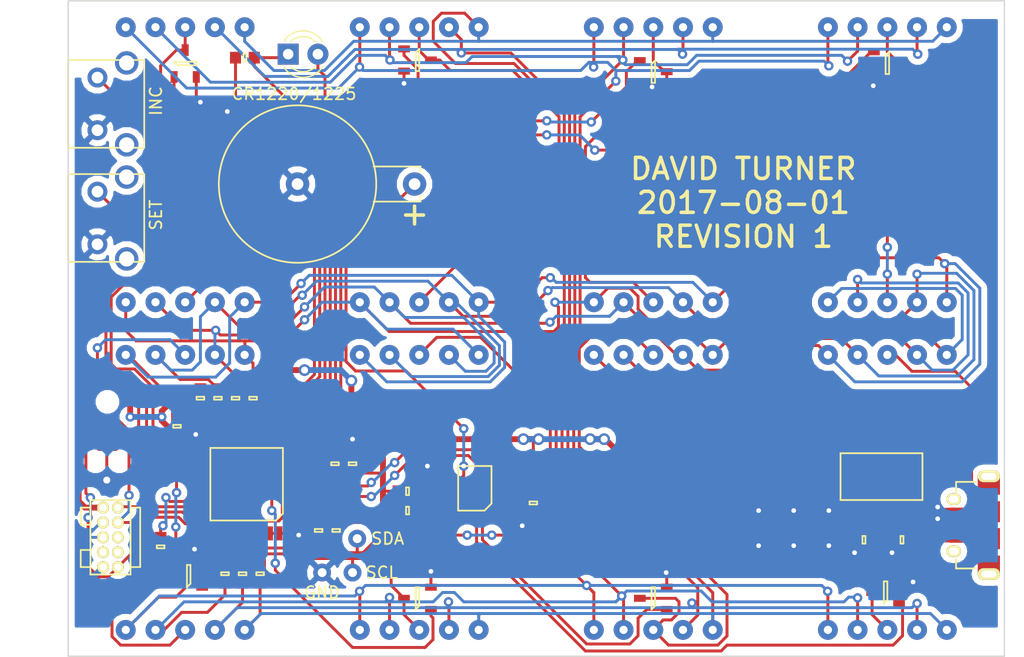
<source format=kicad_pcb>
(kicad_pcb (version 20170123) (host pcbnew "(2017-07-16 revision e797af331)-makepkg")
  (layers (0 F.Cu signal) (31 B.Cu signal) (34 B.Paste user) (35 F.Paste user) (36 B.SilkS user hide) (37 F.SilkS user) (38 B.Mask user) (39 F.Mask user) (44 Edge.Cuts user))
  (net 0 "")
  (net 1 GND)
  (net 2 "Net-(BT1-Pad1)")
  (net 3 +3V3)
  (net 4 +5V)
  (net 5 /~RST)
  (net 6 /SWDIO)
  (net 7 /SWCLK)
  (net 8 /I2C_SDA)
  (net 9 /I2C_SCL)
  (net 10 /LIGHT_SENSE)
  (net 11 "Net-(Q2-Pad3)")
  (net 12 "Net-(Q3-Pad3)")
  (net 13 "Net-(Q4-Pad3)")
  (net 14 "Net-(Q5-Pad3)")
  (net 15 "Net-(Q6-Pad3)")
  (net 16 "Net-(Q7-Pad3)")
  (net 17 "Net-(Q8-Pad3)")
  (net 18 "Net-(Q9-Pad3)")
  (net 19 /SEG_A)
  (net 20 /SEG_B)
  (net 21 /SEG_C)
  (net 22 /SEG_D)
  (net 23 /SEG_E)
  (net 24 /SEG_F)
  (net 25 /SEG_G)
  (net 26 /SEG_DP)
  (net 27 /SW_INC)
  (net 28 /SW_SET)
  (net 29 "Net-(P2-Pad6)")
  (net 30 /DIG8)
  (net 31 /DIG1)
  (net 32 /DIG2)
  (net 33 /DIG3)
  (net 34 /DIG4)
  (net 35 /DIG5)
  (net 36 /DIG6)
  (net 37 /DIG7)
  (net 38 "Net-(IC2-Pad1)")
  (net 39 "Net-(IC2-Pad3)")
  (net 40 "Net-(IC2-Pad4)")
  (net 41 "Net-(J1-Pad3)")
  (net 42 "Net-(J1-Pad4)")
  (net 43 "Net-(J1-Pad2)")
  (net 44 "Net-(J1-PadS)")
  (net 45 "Net-(IC1-Pad12)")
  (net 46 "Net-(IC1-Pad13)")
  (net 47 "Net-(IC1-Pad14)")
  (net 48 "Net-(IC1-Pad15)")
  (net 49 "Net-(IC1-Pad21)")
  (net 50 "Net-(IC1-Pad22)")
  (net 51 "Net-(IC1-Pad26)")
  (net 52 "Net-(IC1-Pad27)")
  (net 53 "Net-(IC1-Pad28)")
  (net 54 "Net-(P1-Pad6)")
  (net 55 "Net-(P1-Pad7)")
  (net 56 "Net-(P1-Pad8)")
  (net 57 /LIGHT_EN)
  (module smalltime:testpoint (layer F.Cu) (at 99.3 83.3)
    (fp_text reference TP2 hide)
    (fp_text value SCL (at 2.5 0) (layer F.SilkS))
    (pad 1 thru_hole circle (at 0 0) (size 1.524 1.524) (drill 0.762) (layers *.Cu *.Mask) (net 9 /I2C_SCL))
  )
  (module smalltime:testpoint (layer F.Cu) (at 99.7 80.4)
    (fp_text reference TP1 hide)
    (fp_text value SDA (at 2.6 0) (layer F.SilkS))
    (pad 1 thru_hole circle (at 0 0) (size 1.524 1.524) (drill 0.762) (layers *.Cu *.Mask) (net 8 /I2C_SDA))
  )
  (module smalltime:testpoint (layer F.Cu) (at 96.7 83.3)
    (fp_text reference TP3 hide)
    (fp_text value GND (at 0 1.7) (layer F.SilkS))
    (pad 1 thru_hole circle (at 0 0) (size 1.524 1.524) (drill 0.762) (layers *.Cu *.Mask) (net 1 GND))
  )
  (module smalltime:LS0803GWK (layer B.Cu) (at 145 48.447492)
    (fp_text reference U8)
    (fp_text value DIG8)
    (pad 10 thru_hole circle (at -5.08 -11.75) (size 1.7 1.7) (drill 0.7) (layers *.Cu *.Mask) (net 25 /SEG_G))
    (pad 9 thru_hole circle (at -2.54 -11.75) (size 1.7 1.7) (drill 0.7) (layers *.Cu *.Mask) (net 24 /SEG_F))
    (pad 8 thru_hole circle (at 0 -11.75) (size 1.7 1.7) (drill 0.7) (layers *.Cu *.Mask) (net 18 "Net-(Q9-Pad3)"))
    (pad 7 thru_hole circle (at 2.54 -11.75) (size 1.7 1.7) (drill 0.7) (layers *.Cu *.Mask) (net 19 /SEG_A))
    (pad 6 thru_hole circle (at 5.08 -11.75) (size 1.7 1.7) (drill 0.7) (layers *.Cu *.Mask) (net 20 /SEG_B))
    (pad 5 thru_hole circle (at 5.08 11.75) (size 1.7 1.7) (drill 0.7) (layers *.Cu *.Mask) (net 26 /SEG_DP))
    (pad 4 thru_hole circle (at 2.54 11.75) (size 1.7 1.7) (drill 0.7) (layers *.Cu *.Mask) (net 21 /SEG_C))
    (pad 3 thru_hole circle (at 0 11.75) (size 1.7 1.7) (drill 0.7) (layers *.Cu *.Mask) (net 18 "Net-(Q9-Pad3)"))
    (pad 2 thru_hole circle (at -2.54 11.75) (size 1.7 1.7) (drill 0.7) (layers *.Cu *.Mask) (net 22 /SEG_D))
    (pad 1 thru_hole circle (at -5.08 11.75) (size 1.7 1.7) (drill 0.7) (layers *.Cu *.Mask) (net 23 /SEG_E))
  )
  (module smalltime:LS0803GWK (layer B.Cu) (at 125 76.447492 180)
    (fp_text reference U3)
    (fp_text value DIG3)
    (pad 10 thru_hole circle (at -5.08 -11.75 180) (size 1.7 1.7) (drill 0.7) (layers *.Cu *.Mask) (net 25 /SEG_G))
    (pad 9 thru_hole circle (at -2.54 -11.75 180) (size 1.7 1.7) (drill 0.7) (layers *.Cu *.Mask) (net 24 /SEG_F))
    (pad 8 thru_hole circle (at 0 -11.75 180) (size 1.7 1.7) (drill 0.7) (layers *.Cu *.Mask) (net 13 "Net-(Q4-Pad3)"))
    (pad 7 thru_hole circle (at 2.54 -11.75 180) (size 1.7 1.7) (drill 0.7) (layers *.Cu *.Mask) (net 19 /SEG_A))
    (pad 6 thru_hole circle (at 5.08 -11.75 180) (size 1.7 1.7) (drill 0.7) (layers *.Cu *.Mask) (net 20 /SEG_B))
    (pad 5 thru_hole circle (at 5.08 11.75 180) (size 1.7 1.7) (drill 0.7) (layers *.Cu *.Mask) (net 26 /SEG_DP))
    (pad 4 thru_hole circle (at 2.54 11.75 180) (size 1.7 1.7) (drill 0.7) (layers *.Cu *.Mask) (net 21 /SEG_C))
    (pad 3 thru_hole circle (at 0 11.75 180) (size 1.7 1.7) (drill 0.7) (layers *.Cu *.Mask) (net 13 "Net-(Q4-Pad3)"))
    (pad 2 thru_hole circle (at -2.54 11.75 180) (size 1.7 1.7) (drill 0.7) (layers *.Cu *.Mask) (net 22 /SEG_D))
    (pad 1 thru_hole circle (at -5.08 11.75 180) (size 1.7 1.7) (drill 0.7) (layers *.Cu *.Mask) (net 23 /SEG_E))
  )
  (module smalltime:LS0803GWK (layer B.Cu) (at 105 48.447492)
    (fp_text reference U6)
    (fp_text value DIG6)
    (pad 10 thru_hole circle (at -5.08 -11.75) (size 1.7 1.7) (drill 0.7) (layers *.Cu *.Mask) (net 25 /SEG_G))
    (pad 9 thru_hole circle (at -2.54 -11.75) (size 1.7 1.7) (drill 0.7) (layers *.Cu *.Mask) (net 24 /SEG_F))
    (pad 8 thru_hole circle (at 0 -11.75) (size 1.7 1.7) (drill 0.7) (layers *.Cu *.Mask) (net 16 "Net-(Q7-Pad3)"))
    (pad 7 thru_hole circle (at 2.54 -11.75) (size 1.7 1.7) (drill 0.7) (layers *.Cu *.Mask) (net 19 /SEG_A))
    (pad 6 thru_hole circle (at 5.08 -11.75) (size 1.7 1.7) (drill 0.7) (layers *.Cu *.Mask) (net 20 /SEG_B))
    (pad 5 thru_hole circle (at 5.08 11.75) (size 1.7 1.7) (drill 0.7) (layers *.Cu *.Mask) (net 26 /SEG_DP))
    (pad 4 thru_hole circle (at 2.54 11.75) (size 1.7 1.7) (drill 0.7) (layers *.Cu *.Mask) (net 21 /SEG_C))
    (pad 3 thru_hole circle (at 0 11.75) (size 1.7 1.7) (drill 0.7) (layers *.Cu *.Mask) (net 16 "Net-(Q7-Pad3)"))
    (pad 2 thru_hole circle (at -2.54 11.75) (size 1.7 1.7) (drill 0.7) (layers *.Cu *.Mask) (net 22 /SEG_D))
    (pad 1 thru_hole circle (at -5.08 11.75) (size 1.7 1.7) (drill 0.7) (layers *.Cu *.Mask) (net 23 /SEG_E))
  )
  (module smalltime:LS0803GWK (layer B.Cu) (at 85 48.447492)
    (fp_text reference U5)
    (fp_text value DIG5)
    (pad 10 thru_hole circle (at -5.08 -11.75) (size 1.7 1.7) (drill 0.7) (layers *.Cu *.Mask) (net 25 /SEG_G))
    (pad 9 thru_hole circle (at -2.54 -11.75) (size 1.7 1.7) (drill 0.7) (layers *.Cu *.Mask) (net 24 /SEG_F))
    (pad 8 thru_hole circle (at 0 -11.75) (size 1.7 1.7) (drill 0.7) (layers *.Cu *.Mask) (net 15 "Net-(Q6-Pad3)"))
    (pad 7 thru_hole circle (at 2.54 -11.75) (size 1.7 1.7) (drill 0.7) (layers *.Cu *.Mask) (net 19 /SEG_A))
    (pad 6 thru_hole circle (at 5.08 -11.75) (size 1.7 1.7) (drill 0.7) (layers *.Cu *.Mask) (net 20 /SEG_B))
    (pad 5 thru_hole circle (at 5.08 11.75) (size 1.7 1.7) (drill 0.7) (layers *.Cu *.Mask) (net 26 /SEG_DP))
    (pad 4 thru_hole circle (at 2.54 11.75) (size 1.7 1.7) (drill 0.7) (layers *.Cu *.Mask) (net 21 /SEG_C))
    (pad 3 thru_hole circle (at 0 11.75) (size 1.7 1.7) (drill 0.7) (layers *.Cu *.Mask) (net 15 "Net-(Q6-Pad3)"))
    (pad 2 thru_hole circle (at -2.54 11.75) (size 1.7 1.7) (drill 0.7) (layers *.Cu *.Mask) (net 22 /SEG_D))
    (pad 1 thru_hole circle (at -5.08 11.75) (size 1.7 1.7) (drill 0.7) (layers *.Cu *.Mask) (net 23 /SEG_E))
  )
  (module smalltime:LS0803GWK (layer B.Cu) (at 85 76.447492 180)
    (fp_text reference U1)
    (fp_text value DIG1)
    (pad 10 thru_hole circle (at -5.08 -11.75 180) (size 1.7 1.7) (drill 0.7) (layers *.Cu *.Mask) (net 25 /SEG_G))
    (pad 9 thru_hole circle (at -2.54 -11.75 180) (size 1.7 1.7) (drill 0.7) (layers *.Cu *.Mask) (net 24 /SEG_F))
    (pad 8 thru_hole circle (at 0 -11.75 180) (size 1.7 1.7) (drill 0.7) (layers *.Cu *.Mask) (net 11 "Net-(Q2-Pad3)"))
    (pad 7 thru_hole circle (at 2.54 -11.75 180) (size 1.7 1.7) (drill 0.7) (layers *.Cu *.Mask) (net 19 /SEG_A))
    (pad 6 thru_hole circle (at 5.08 -11.75 180) (size 1.7 1.7) (drill 0.7) (layers *.Cu *.Mask) (net 20 /SEG_B))
    (pad 5 thru_hole circle (at 5.08 11.75 180) (size 1.7 1.7) (drill 0.7) (layers *.Cu *.Mask) (net 26 /SEG_DP))
    (pad 4 thru_hole circle (at 2.54 11.75 180) (size 1.7 1.7) (drill 0.7) (layers *.Cu *.Mask) (net 21 /SEG_C))
    (pad 3 thru_hole circle (at 0 11.75 180) (size 1.7 1.7) (drill 0.7) (layers *.Cu *.Mask) (net 11 "Net-(Q2-Pad3)"))
    (pad 2 thru_hole circle (at -2.54 11.75 180) (size 1.7 1.7) (drill 0.7) (layers *.Cu *.Mask) (net 22 /SEG_D))
    (pad 1 thru_hole circle (at -5.08 11.75 180) (size 1.7 1.7) (drill 0.7) (layers *.Cu *.Mask) (net 23 /SEG_E))
  )
  (module smalltime:LS0803GWK (layer B.Cu) (at 105 76.447492 180)
    (fp_text reference U2)
    (fp_text value DIG2)
    (pad 10 thru_hole circle (at -5.08 -11.75 180) (size 1.7 1.7) (drill 0.7) (layers *.Cu *.Mask) (net 25 /SEG_G))
    (pad 9 thru_hole circle (at -2.54 -11.75 180) (size 1.7 1.7) (drill 0.7) (layers *.Cu *.Mask) (net 24 /SEG_F))
    (pad 8 thru_hole circle (at 0 -11.75 180) (size 1.7 1.7) (drill 0.7) (layers *.Cu *.Mask) (net 12 "Net-(Q3-Pad3)"))
    (pad 7 thru_hole circle (at 2.54 -11.75 180) (size 1.7 1.7) (drill 0.7) (layers *.Cu *.Mask) (net 19 /SEG_A))
    (pad 6 thru_hole circle (at 5.08 -11.75 180) (size 1.7 1.7) (drill 0.7) (layers *.Cu *.Mask) (net 20 /SEG_B))
    (pad 5 thru_hole circle (at 5.08 11.75 180) (size 1.7 1.7) (drill 0.7) (layers *.Cu *.Mask) (net 26 /SEG_DP))
    (pad 4 thru_hole circle (at 2.54 11.75 180) (size 1.7 1.7) (drill 0.7) (layers *.Cu *.Mask) (net 21 /SEG_C))
    (pad 3 thru_hole circle (at 0 11.75 180) (size 1.7 1.7) (drill 0.7) (layers *.Cu *.Mask) (net 12 "Net-(Q3-Pad3)"))
    (pad 2 thru_hole circle (at -2.54 11.75 180) (size 1.7 1.7) (drill 0.7) (layers *.Cu *.Mask) (net 22 /SEG_D))
    (pad 1 thru_hole circle (at -5.08 11.75 180) (size 1.7 1.7) (drill 0.7) (layers *.Cu *.Mask) (net 23 /SEG_E))
  )
  (module smalltime:LS0803GWK (layer B.Cu) (at 145 76.447492 180)
    (fp_text reference U4)
    (fp_text value DIG4)
    (pad 10 thru_hole circle (at -5.08 -11.75 180) (size 1.7 1.7) (drill 0.7) (layers *.Cu *.Mask) (net 25 /SEG_G))
    (pad 9 thru_hole circle (at -2.54 -11.75 180) (size 1.7 1.7) (drill 0.7) (layers *.Cu *.Mask) (net 24 /SEG_F))
    (pad 8 thru_hole circle (at 0 -11.75 180) (size 1.7 1.7) (drill 0.7) (layers *.Cu *.Mask) (net 14 "Net-(Q5-Pad3)"))
    (pad 7 thru_hole circle (at 2.54 -11.75 180) (size 1.7 1.7) (drill 0.7) (layers *.Cu *.Mask) (net 19 /SEG_A))
    (pad 6 thru_hole circle (at 5.08 -11.75 180) (size 1.7 1.7) (drill 0.7) (layers *.Cu *.Mask) (net 20 /SEG_B))
    (pad 5 thru_hole circle (at 5.08 11.75 180) (size 1.7 1.7) (drill 0.7) (layers *.Cu *.Mask) (net 26 /SEG_DP))
    (pad 4 thru_hole circle (at 2.54 11.75 180) (size 1.7 1.7) (drill 0.7) (layers *.Cu *.Mask) (net 21 /SEG_C))
    (pad 3 thru_hole circle (at 0 11.75 180) (size 1.7 1.7) (drill 0.7) (layers *.Cu *.Mask) (net 14 "Net-(Q5-Pad3)"))
    (pad 2 thru_hole circle (at -2.54 11.75 180) (size 1.7 1.7) (drill 0.7) (layers *.Cu *.Mask) (net 22 /SEG_D))
    (pad 1 thru_hole circle (at -5.08 11.75 180) (size 1.7 1.7) (drill 0.7) (layers *.Cu *.Mask) (net 23 /SEG_E))
  )
  (module smalltime:LS0803GWK (layer B.Cu) (at 125 48.447492)
    (fp_text reference U7)
    (fp_text value DIG7)
    (pad 10 thru_hole circle (at -5.08 -11.75) (size 1.7 1.7) (drill 0.7) (layers *.Cu *.Mask) (net 25 /SEG_G))
    (pad 9 thru_hole circle (at -2.54 -11.75) (size 1.7 1.7) (drill 0.7) (layers *.Cu *.Mask) (net 24 /SEG_F))
    (pad 8 thru_hole circle (at 0 -11.75) (size 1.7 1.7) (drill 0.7) (layers *.Cu *.Mask) (net 17 "Net-(Q8-Pad3)"))
    (pad 7 thru_hole circle (at 2.54 -11.75) (size 1.7 1.7) (drill 0.7) (layers *.Cu *.Mask) (net 19 /SEG_A))
    (pad 6 thru_hole circle (at 5.08 -11.75) (size 1.7 1.7) (drill 0.7) (layers *.Cu *.Mask) (net 20 /SEG_B))
    (pad 5 thru_hole circle (at 5.08 11.75) (size 1.7 1.7) (drill 0.7) (layers *.Cu *.Mask) (net 26 /SEG_DP))
    (pad 4 thru_hole circle (at 2.54 11.75) (size 1.7 1.7) (drill 0.7) (layers *.Cu *.Mask) (net 21 /SEG_C))
    (pad 3 thru_hole circle (at 0 11.75) (size 1.7 1.7) (drill 0.7) (layers *.Cu *.Mask) (net 17 "Net-(Q8-Pad3)"))
    (pad 2 thru_hole circle (at -2.54 11.75) (size 1.7 1.7) (drill 0.7) (layers *.Cu *.Mask) (net 22 /SEG_D))
    (pad 1 thru_hole circle (at -5.08 11.75) (size 1.7 1.7) (drill 0.7) (layers *.Cu *.Mask) (net 23 /SEG_E))
  )
  (module agg:FTSH-105-01-F-D-K (layer F.Cu) (at 78.615 80.29 270)
    (fp_text reference P1)
    (fp_text value SWD)
    (pad 1 thru_hole circle (at -2.54 0.635 270) (size 1.016 1.016) (drill 0.635) (layers *.Cu *.Mask F.SilkS) (net 3 +3V3))
    (pad 2 thru_hole circle (at -2.54 -0.635 270) (size 1.016 1.016) (drill 0.635) (layers *.Cu *.Mask F.SilkS) (net 6 /SWDIO))
    (pad 3 thru_hole circle (at -1.27 0.635 270) (size 1.016 1.016) (drill 0.635) (layers *.Cu *.Mask F.SilkS) (net 1 GND))
    (pad 4 thru_hole circle (at -1.27 -0.635 270) (size 1.016 1.016) (drill 0.635) (layers *.Cu *.Mask F.SilkS) (net 7 /SWCLK))
    (pad 5 thru_hole circle (at 0 0.635 270) (size 1.016 1.016) (drill 0.635) (layers *.Cu *.Mask F.SilkS) (net 1 GND))
    (pad 6 thru_hole circle (at 0 -0.635 270) (size 1.016 1.016) (drill 0.635) (layers *.Cu *.Mask F.SilkS) (net 54 "Net-(P1-Pad6)"))
    (pad 7 thru_hole circle (at 1.27 0.635 270) (size 1.016 1.016) (drill 0.635) (layers *.Cu *.Mask F.SilkS) (net 55 "Net-(P1-Pad7)"))
    (pad 8 thru_hole circle (at 1.27 -0.635 270) (size 1.016 1.016) (drill 0.635) (layers *.Cu *.Mask F.SilkS) (net 56 "Net-(P1-Pad8)"))
    (pad 9 thru_hole circle (at 2.54 0.635 270) (size 1.016 1.016) (drill 0.635) (layers *.Cu *.Mask F.SilkS) (net 1 GND))
    (pad 10 thru_hole circle (at 2.54 -0.635 270) (size 1.016 1.016) (drill 0.635) (layers *.Cu *.Mask F.SilkS) (net 5 /~RST))
  )
  (module smalltime:KEYSTONE500 (layer F.Cu) (at 94.6 50.1)
    (fp_text reference BT1)
    (fp_text value CR1220/1225 (at -0.3 -7.7 180) (layer F.SilkS))
    (pad 2 thru_hole circle (at 0 0) (size 2 2) (drill 1) (layers *.Cu *.Mask) (net 1 GND))
    (pad 1 thru_hole circle (at 10 0) (size 2 2) (drill 1) (layers *.Cu *.Mask) (net 2 "Net-(BT1-Pad1)"))
  )
  (module agg:0603 (layer F.Cu) (at 97.8 74 90)
    (fp_text reference C1)
    (fp_text value 10n)
    (pad 1 smd rect (at -0.8 0 90) (size 0.95 1) (layers F.Cu F.Paste F.Mask) (net 3 +3V3))
    (pad 2 smd rect (at 0.8 0 90) (size 0.95 1) (layers F.Cu F.Paste F.Mask) (net 1 GND))
  )
  (module agg:0603 (layer F.Cu) (at 99.3 74 90)
    (fp_text reference C2)
    (fp_text value 1u)
    (pad 1 smd rect (at -0.8 0 90) (size 0.95 1) (layers F.Cu F.Paste F.Mask) (net 3 +3V3))
    (pad 2 smd rect (at 0.8 0 90) (size 0.95 1) (layers F.Cu F.Paste F.Mask) (net 1 GND))
  )
  (module agg:0603 (layer F.Cu) (at 97.9 79.7 270)
    (fp_text reference C3)
    (fp_text value 4u7)
    (pad 1 smd rect (at -0.8 0 270) (size 0.95 1) (layers F.Cu F.Paste F.Mask) (net 3 +3V3))
    (pad 2 smd rect (at 0.8 0 270) (size 0.95 1) (layers F.Cu F.Paste F.Mask) (net 1 GND))
  )
  (module agg:0603 (layer F.Cu) (at 84.3 70.8 90)
    (fp_text reference C4)
    (fp_text value 100n)
    (pad 1 smd rect (at -0.8 0 90) (size 0.95 1) (layers F.Cu F.Paste F.Mask) (net 3 +3V3))
    (pad 2 smd rect (at 0.8 0 90) (size 0.95 1) (layers F.Cu F.Paste F.Mask) (net 1 GND))
  )
  (module agg:0603 (layer F.Cu) (at 96.4 79.7 270)
    (fp_text reference C5)
    (fp_text value 100n)
    (pad 1 smd rect (at -0.8 0 270) (size 0.95 1) (layers F.Cu F.Paste F.Mask) (net 3 +3V3))
    (pad 2 smd rect (at 0.8 0 270) (size 0.95 1) (layers F.Cu F.Paste F.Mask) (net 1 GND))
  )
  (module agg:0603 (layer F.Cu) (at 114.75 77.35 270)
    (fp_text reference C6)
    (fp_text value 100n)
    (pad 1 smd rect (at -0.8 0 270) (size 0.95 1) (layers F.Cu F.Paste F.Mask) (net 3 +3V3))
    (pad 2 smd rect (at 0.8 0 270) (size 0.95 1) (layers F.Cu F.Paste F.Mask) (net 1 GND))
  )
  (module agg:0603 (layer F.Cu) (at 146.25 80.5 180)
    (fp_text reference C7)
    (fp_text value 1u)
    (pad 1 smd rect (at -0.8 0 180) (size 0.95 1) (layers F.Cu F.Paste F.Mask) (net 4 +5V))
    (pad 2 smd rect (at 0.8 0 180) (size 0.95 1) (layers F.Cu F.Paste F.Mask) (net 1 GND))
  )
  (module agg:0603 (layer F.Cu) (at 143 80.5 180)
    (fp_text reference C8)
    (fp_text value 1u)
    (pad 1 smd rect (at -0.8 0 180) (size 0.95 1) (layers F.Cu F.Paste F.Mask) (net 3 +3V3))
    (pad 2 smd rect (at 0.8 0 180) (size 0.95 1) (layers F.Cu F.Paste F.Mask) (net 1 GND))
  )
  (module agg:LQFP-32 (layer F.Cu) (at 90.25 75.75 180)
    (fp_text reference IC1)
    (fp_text value STM32F030K6T6)
    (pad 1 smd rect (at -4.2 -2.8 180) (size 1.2 0.5) (layers F.Cu F.Paste F.Mask) (net 3 +3V3))
    (pad 2 smd rect (at -4.2 -2 180) (size 1.2 0.5) (layers F.Cu F.Paste F.Mask) (net 34 /DIG4))
    (pad 3 smd rect (at -4.2 -1.2 180) (size 1.2 0.5) (layers F.Cu F.Paste F.Mask) (net 33 /DIG3))
    (pad 4 smd rect (at -4.2 -0.4 180) (size 1.2 0.5) (layers F.Cu F.Paste F.Mask) (net 5 /~RST))
    (pad 5 smd rect (at -4.2 0.4 180) (size 1.2 0.5) (layers F.Cu F.Paste F.Mask) (net 3 +3V3))
    (pad 6 smd rect (at -4.2 1.2 180) (size 1.2 0.5) (layers F.Cu F.Paste F.Mask) (net 32 /DIG2))
    (pad 7 smd rect (at -4.2 2 180) (size 1.2 0.5) (layers F.Cu F.Paste F.Mask) (net 30 /DIG8))
    (pad 8 smd rect (at -4.2 2.8 180) (size 1.2 0.5) (layers F.Cu F.Paste F.Mask) (net 37 /DIG7))
    (pad 9 smd rect (at -2.8 4.2 180) (size 0.5 1.2) (layers F.Cu F.Paste F.Mask) (net 57 /LIGHT_EN))
    (pad 10 smd rect (at -2 4.2 180) (size 0.5 1.2) (layers F.Cu F.Paste F.Mask) (net 10 /LIGHT_SENSE))
    (pad 11 smd rect (at -1.2 4.2 180) (size 0.5 1.2) (layers F.Cu F.Paste F.Mask) (net 35 /DIG5))
    (pad 12 smd rect (at -0.4 4.2 180) (size 0.5 1.2) (layers F.Cu F.Paste F.Mask) (net 45 "Net-(IC1-Pad12)"))
    (pad 13 smd rect (at 0.4 4.2 180) (size 0.5 1.2) (layers F.Cu F.Paste F.Mask) (net 46 "Net-(IC1-Pad13)"))
    (pad 14 smd rect (at 1.2 4.2 180) (size 0.5 1.2) (layers F.Cu F.Paste F.Mask) (net 47 "Net-(IC1-Pad14)"))
    (pad 15 smd rect (at 2 4.2 180) (size 0.5 1.2) (layers F.Cu F.Paste F.Mask) (net 48 "Net-(IC1-Pad15)"))
    (pad 16 smd rect (at 2.8 4.2 180) (size 0.5 1.2) (layers F.Cu F.Paste F.Mask) (net 1 GND))
    (pad 17 smd rect (at 4.2 2.8 180) (size 1.2 0.5) (layers F.Cu F.Paste F.Mask) (net 3 +3V3))
    (pad 18 smd rect (at 4.2 2 180) (size 1.2 0.5) (layers F.Cu F.Paste F.Mask) (net 27 /SW_INC))
    (pad 19 smd rect (at 4.2 1.2 180) (size 1.2 0.5) (layers F.Cu F.Paste F.Mask) (net 28 /SW_SET))
    (pad 20 smd rect (at 4.2 0.4 180) (size 1.2 0.5) (layers F.Cu F.Paste F.Mask) (net 36 /DIG6))
    (pad 21 smd rect (at 4.2 -0.4 180) (size 1.2 0.5) (layers F.Cu F.Paste F.Mask) (net 49 "Net-(IC1-Pad21)"))
    (pad 22 smd rect (at 4.2 -1.2 180) (size 1.2 0.5) (layers F.Cu F.Paste F.Mask) (net 50 "Net-(IC1-Pad22)"))
    (pad 23 smd rect (at 4.2 -2 180) (size 1.2 0.5) (layers F.Cu F.Paste F.Mask) (net 6 /SWDIO))
    (pad 24 smd rect (at 4.2 -2.8 180) (size 1.2 0.5) (layers F.Cu F.Paste F.Mask) (net 7 /SWCLK))
    (pad 25 smd rect (at 2.8 -4.2 180) (size 0.5 1.2) (layers F.Cu F.Paste F.Mask) (net 31 /DIG1))
    (pad 26 smd rect (at 2 -4.2 180) (size 0.5 1.2) (layers F.Cu F.Paste F.Mask) (net 51 "Net-(IC1-Pad26)"))
    (pad 27 smd rect (at 1.2 -4.2 180) (size 0.5 1.2) (layers F.Cu F.Paste F.Mask) (net 52 "Net-(IC1-Pad27)"))
    (pad 28 smd rect (at 0.4 -4.2 180) (size 0.5 1.2) (layers F.Cu F.Paste F.Mask) (net 53 "Net-(IC1-Pad28)"))
    (pad 29 smd rect (at -0.4 -4.2 180) (size 0.5 1.2) (layers F.Cu F.Paste F.Mask) (net 9 /I2C_SCL))
    (pad 30 smd rect (at -1.2 -4.2 180) (size 0.5 1.2) (layers F.Cu F.Paste F.Mask) (net 8 /I2C_SDA))
    (pad 31 smd rect (at -2 -4.2 180) (size 0.5 1.2) (layers F.Cu F.Paste F.Mask) (net 1 GND))
    (pad 32 smd rect (at -2.8 -4.2 180) (size 0.5 1.2) (layers F.Cu F.Paste F.Mask) (net 1 GND))
  )
  (module agg:SOIC-8 (layer F.Cu) (at 109.75 76.1 180)
    (fp_text reference IC2)
    (fp_text value DS3231MZ)
    (pad 1 smd rect (at -2.7 -1.905 180) (size 1.55 0.6) (layers F.Cu F.Paste F.Mask) (net 38 "Net-(IC2-Pad1)"))
    (pad 2 smd rect (at -2.7 -0.635 180) (size 1.55 0.6) (layers F.Cu F.Paste F.Mask) (net 3 +3V3))
    (pad 3 smd rect (at -2.7 0.635 180) (size 1.55 0.6) (layers F.Cu F.Paste F.Mask) (net 39 "Net-(IC2-Pad3)"))
    (pad 4 smd rect (at -2.7 1.905 180) (size 1.55 0.6) (layers F.Cu F.Paste F.Mask) (net 40 "Net-(IC2-Pad4)"))
    (pad 5 smd rect (at 2.7 1.905 180) (size 1.55 0.6) (layers F.Cu F.Paste F.Mask) (net 1 GND))
    (pad 6 smd rect (at 2.7 0.635 180) (size 1.55 0.6) (layers F.Cu F.Paste F.Mask) (net 2 "Net-(BT1-Pad1)"))
    (pad 7 smd rect (at 2.7 -0.635 180) (size 1.55 0.6) (layers F.Cu F.Paste F.Mask) (net 8 /I2C_SDA))
    (pad 8 smd rect (at 2.7 -1.905 180) (size 1.55 0.6) (layers F.Cu F.Paste F.Mask) (net 9 /I2C_SCL))
  )
  (module agg-unchecked:SOT223 (layer F.Cu) (at 144.5 78.1)
    (fp_text reference IC3 hide)
    (fp_text value ADP3338 hide)
    (pad 2 smd rect (at 0 0) (size 1.3 2.4) (layers F.Cu F.Paste F.Mask) (net 3 +3V3))
    (pad 1 smd rect (at -2.3 0) (size 1.3 2.4) (layers F.Cu F.Paste F.Mask) (net 1 GND))
    (pad 3 smd rect (at 2.3 0) (size 1.3 2.4) (layers F.Cu F.Paste F.Mask) (net 4 +5V))
    (pad 2 smd rect (at 0 -6.1) (size 3.8 2.4) (layers F.Cu F.Paste F.Mask) (net 3 +3V3))
  )
  (module agg:MICROUSB_MOLEX_47589-0001 (layer F.Cu) (at 153.675 79.25 90)
    (fp_text reference J1)
    (fp_text value MICROUSB)
    (pad 3 smd rect (at 0 -2.675 90) (size 0.4 1.35) (layers F.Cu F.Paste F.Mask) (net 41 "Net-(J1-Pad3)"))
    (pad 4 smd rect (at 0.65 -2.675 90) (size 0.4 1.35) (layers F.Cu F.Paste F.Mask) (net 42 "Net-(J1-Pad4)"))
    (pad 2 smd rect (at -0.65 -2.675 90) (size 0.4 1.35) (layers F.Cu F.Paste F.Mask) (net 43 "Net-(J1-Pad2)"))
    (pad 1 smd rect (at -1.3 -2.675 90) (size 0.4 1.35) (layers F.Cu F.Paste F.Mask) (net 4 +5V))
    (pad 5 smd rect (at 1.3 -2.675 90) (size 0.4 1.35) (layers F.Cu F.Paste F.Mask) (net 1 GND))
    (pad S thru_hole oval (at 2.225 -3 90) (size 1 1.25) (drill oval 0.65 0.85) (layers *.Cu *.Mask F.SilkS) (net 44 "Net-(J1-PadS)"))
    (pad "" thru_hole oval (at -2.225 -3 90) (size 1 1.25) (drill oval 0.65 0.85) (layers *.Cu *.Mask F.SilkS))
    (pad "" smd rect (at 1.15 0 90) (size 1.8 1.9) (layers F.Cu F.Paste F.Mask))
    (pad "" smd rect (at -1.15 0 90) (size 1.8 1.9) (layers F.Cu F.Paste F.Mask))
    (pad "" smd rect (at 3.3875 0 90) (size 1.575 1.9) (layers F.Cu F.Paste F.Mask))
    (pad "" thru_hole oval (at 4.175 0 90) (size 1 1.9) (drill oval 0.6 1.3) (layers *.Cu *.Mask F.SilkS))
    (pad "" smd rect (at -3.3875 0 90) (size 1.575 1.9) (layers F.Cu F.Paste F.Mask))
    (pad "" thru_hole oval (at -4.175 0 90) (size 1 1.9) (drill oval 0.6 1.3) (layers *.Cu *.Mask F.SilkS))
  )
  (module agg:TC2030-NL (layer F.Cu) (at 78.36 71.25 270)
    (fp_text reference P2)
    (fp_text value SWD_TC)
    (pad 1 smd circle (at -1.27 0.64 270) (size 0.787 0.787) (layers F.Cu F.Mask) (net 3 +3V3))
    (pad 2 smd circle (at -1.27 -0.63 270) (size 0.787 0.787) (layers F.Cu F.Mask) (net 6 /SWDIO))
    (pad 3 smd circle (at 0 0.64 270) (size 0.787 0.787) (layers F.Cu F.Mask) (net 5 /~RST))
    (pad 4 smd circle (at 0 -0.63 270) (size 0.787 0.787) (layers F.Cu F.Mask) (net 7 /SWCLK))
    (pad 5 smd circle (at 1.27 0.64 270) (size 0.787 0.787) (layers F.Cu F.Mask) (net 1 GND))
    (pad 6 smd circle (at 1.27 -0.63 270) (size 0.787 0.787) (layers F.Cu F.Mask) (net 29 "Net-(P2-Pad6)"))
    (pad "" np_thru_hole circle (at -2.54 0.005 270) (size 1 1) (drill 1) (layers *.Cu *.Mask F.SilkS))
    (pad "" np_thru_hole circle (at 2.54 1.021 270) (size 1 1) (drill 1) (layers *.Cu *.Mask F.SilkS))
    (pad "" np_thru_hole circle (at 2.54 -1.011 270) (size 1 1) (drill 1) (layers *.Cu *.Mask F.SilkS))
  )
  (module LEDs:LED_D3.0mm (layer F.Cu) (at 93.8 39)
    (fp_text reference Q1 hide)
    (fp_text value TEPT4400)
    (pad 1 thru_hole rect (at 0 0) (size 1.8 1.8) (drill 0.9) (layers *.Cu *.Mask) (net 10 /LIGHT_SENSE))
    (pad 2 thru_hole circle (at 2.54 0) (size 1.8 1.8) (drill 0.9) (layers *.Cu *.Mask) (net 57 /LIGHT_EN))
  )
  (module agg:SOT-23 (layer F.Cu) (at 85.3 83.6 180)
    (fp_text reference Q2)
    (fp_text value Q_NMOS_GSD)
    (pad 1 smd rect (at -1.15 -0.95 180) (size 1 0.6) (layers F.Cu F.Paste F.Mask) (net 31 /DIG1))
    (pad 2 smd rect (at -1.15 0.95 180) (size 1 0.6) (layers F.Cu F.Paste F.Mask) (net 1 GND))
    (pad 3 smd rect (at 1.15 0 180) (size 1 0.6) (layers F.Cu F.Paste F.Mask) (net 11 "Net-(Q2-Pad3)"))
  )
  (module agg:SOT-23 (layer F.Cu) (at 104.85 85.5 180)
    (fp_text reference Q3)
    (fp_text value Q_NMOS_GSD)
    (pad 1 smd rect (at -1.15 -0.95 180) (size 1 0.6) (layers F.Cu F.Paste F.Mask) (net 32 /DIG2))
    (pad 2 smd rect (at -1.15 0.95 180) (size 1 0.6) (layers F.Cu F.Paste F.Mask) (net 1 GND))
    (pad 3 smd rect (at 1.15 0 180) (size 1 0.6) (layers F.Cu F.Paste F.Mask) (net 12 "Net-(Q3-Pad3)"))
  )
  (module agg:SOT-23 (layer F.Cu) (at 125 85.5 180)
    (fp_text reference Q4)
    (fp_text value Q_NMOS_GSD)
    (pad 1 smd rect (at -1.15 -0.95 180) (size 1 0.6) (layers F.Cu F.Paste F.Mask) (net 33 /DIG3))
    (pad 2 smd rect (at -1.15 0.95 180) (size 1 0.6) (layers F.Cu F.Paste F.Mask) (net 1 GND))
    (pad 3 smd rect (at 1.15 0 180) (size 1 0.6) (layers F.Cu F.Paste F.Mask) (net 13 "Net-(Q4-Pad3)"))
  )
  (module agg:SOT-23 (layer F.Cu) (at 144.85 85 180)
    (fp_text reference Q5)
    (fp_text value Q_NMOS_GSD)
    (pad 1 smd rect (at -1.15 -0.95 180) (size 1 0.6) (layers F.Cu F.Paste F.Mask) (net 34 /DIG4))
    (pad 2 smd rect (at -1.15 0.95 180) (size 1 0.6) (layers F.Cu F.Paste F.Mask) (net 1 GND))
    (pad 3 smd rect (at 1.15 0 180) (size 1 0.6) (layers F.Cu F.Paste F.Mask) (net 14 "Net-(Q5-Pad3)"))
  )
  (module agg:SOT-23 (layer F.Cu) (at 85 39.8 90)
    (fp_text reference Q6)
    (fp_text value Q_NMOS_GSD)
    (pad 1 smd rect (at -1.15 -0.95 90) (size 1 0.6) (layers F.Cu F.Paste F.Mask) (net 35 /DIG5))
    (pad 2 smd rect (at -1.15 0.95 90) (size 1 0.6) (layers F.Cu F.Paste F.Mask) (net 1 GND))
    (pad 3 smd rect (at 1.15 0 90) (size 1 0.6) (layers F.Cu F.Paste F.Mask) (net 15 "Net-(Q6-Pad3)"))
  )
  (module agg:SOT-23 (layer F.Cu) (at 104.85 39.5)
    (fp_text reference Q7)
    (fp_text value Q_NMOS_GSD)
    (pad 1 smd rect (at -1.15 -0.95) (size 1 0.6) (layers F.Cu F.Paste F.Mask) (net 36 /DIG6))
    (pad 2 smd rect (at -1.15 0.95) (size 1 0.6) (layers F.Cu F.Paste F.Mask) (net 1 GND))
    (pad 3 smd rect (at 1.15 0) (size 1 0.6) (layers F.Cu F.Paste F.Mask) (net 16 "Net-(Q7-Pad3)"))
  )
  (module agg:SOT-23 (layer F.Cu) (at 125 40.5)
    (fp_text reference Q8)
    (fp_text value Q_NMOS_GSD)
    (pad 1 smd rect (at -1.15 -0.95) (size 1 0.6) (layers F.Cu F.Paste F.Mask) (net 37 /DIG7))
    (pad 2 smd rect (at -1.15 0.95) (size 1 0.6) (layers F.Cu F.Paste F.Mask) (net 1 GND))
    (pad 3 smd rect (at 1.15 0) (size 1 0.6) (layers F.Cu F.Paste F.Mask) (net 17 "Net-(Q8-Pad3)"))
  )
  (module agg:SOT-23 (layer F.Cu) (at 145 39.75)
    (fp_text reference Q9)
    (fp_text value Q_NMOS_GSD)
    (pad 1 smd rect (at -1.15 -0.95) (size 1 0.6) (layers F.Cu F.Paste F.Mask) (net 30 /DIG8))
    (pad 2 smd rect (at -1.15 0.95) (size 1 0.6) (layers F.Cu F.Paste F.Mask) (net 1 GND))
    (pad 3 smd rect (at 1.15 0) (size 1 0.6) (layers F.Cu F.Paste F.Mask) (net 18 "Net-(Q9-Pad3)"))
  )
  (module agg:0603 (layer F.Cu) (at 104 76.35)
    (fp_text reference R1)
    (fp_text value 1k)
    (pad 1 smd rect (at -0.8 0) (size 0.95 1) (layers F.Cu F.Paste F.Mask) (net 3 +3V3))
    (pad 2 smd rect (at 0.8 0) (size 0.95 1) (layers F.Cu F.Paste F.Mask) (net 8 /I2C_SDA))
  )
  (module agg:0603 (layer F.Cu) (at 104 78)
    (fp_text reference R2)
    (fp_text value 1k)
    (pad 1 smd rect (at -0.8 0) (size 0.95 1) (layers F.Cu F.Paste F.Mask) (net 3 +3V3))
    (pad 2 smd rect (at 0.8 0) (size 0.95 1) (layers F.Cu F.Paste F.Mask) (net 9 /I2C_SCL))
  )
  (module agg:0603 (layer F.Cu) (at 90.1 39.3 180)
    (fp_text reference R3)
    (fp_text value 100k)
    (pad 1 smd rect (at -0.8 0 180) (size 0.95 1) (layers F.Cu F.Paste F.Mask) (net 10 /LIGHT_SENSE))
    (pad 2 smd rect (at 0.8 0 180) (size 0.95 1) (layers F.Cu F.Paste F.Mask) (net 1 GND))
  )
  (module agg:0603 (layer F.Cu) (at 88.4 83.4 90)
    (fp_text reference R4)
    (fp_text value 160)
    (pad 1 smd rect (at -0.8 0 90) (size 0.95 1) (layers F.Cu F.Paste F.Mask) (net 19 /SEG_A))
    (pad 2 smd rect (at 0.8 0 90) (size 0.95 1) (layers F.Cu F.Paste F.Mask) (net 51 "Net-(IC1-Pad26)"))
  )
  (module agg:0603 (layer F.Cu) (at 82.9 81.1 90)
    (fp_text reference R5)
    (fp_text value 160)
    (pad 1 smd rect (at -0.8 0 90) (size 0.95 1) (layers F.Cu F.Paste F.Mask) (net 20 /SEG_B))
    (pad 2 smd rect (at 0.8 0 90) (size 0.95 1) (layers F.Cu F.Paste F.Mask) (net 50 "Net-(IC1-Pad22)"))
  )
  (module agg:0603 (layer F.Cu) (at 87.8 68.4 270)
    (fp_text reference R6)
    (fp_text value 160)
    (pad 1 smd rect (at -0.8 0 270) (size 0.95 1) (layers F.Cu F.Paste F.Mask) (net 21 /SEG_C))
    (pad 2 smd rect (at 0.8 0 270) (size 0.95 1) (layers F.Cu F.Paste F.Mask) (net 47 "Net-(IC1-Pad14)"))
  )
  (module agg:0603 (layer F.Cu) (at 89.3 68.4 270)
    (fp_text reference R7)
    (fp_text value 160)
    (pad 1 smd rect (at -0.8 0 270) (size 0.95 1) (layers F.Cu F.Paste F.Mask) (net 22 /SEG_D))
    (pad 2 smd rect (at 0.8 0 270) (size 0.95 1) (layers F.Cu F.Paste F.Mask) (net 46 "Net-(IC1-Pad13)"))
  )
  (module agg:0603 (layer F.Cu) (at 90.8 68.4 270)
    (fp_text reference R8)
    (fp_text value 160)
    (pad 1 smd rect (at -0.8 0 270) (size 0.95 1) (layers F.Cu F.Paste F.Mask) (net 23 /SEG_E))
    (pad 2 smd rect (at 0.8 0 270) (size 0.95 1) (layers F.Cu F.Paste F.Mask) (net 45 "Net-(IC1-Pad12)"))
  )
  (module agg:0603 (layer F.Cu) (at 89.9 83.4 90)
    (fp_text reference R9)
    (fp_text value 160)
    (pad 1 smd rect (at -0.8 0 90) (size 0.95 1) (layers F.Cu F.Paste F.Mask) (net 24 /SEG_F))
    (pad 2 smd rect (at 0.8 0 90) (size 0.95 1) (layers F.Cu F.Paste F.Mask) (net 52 "Net-(IC1-Pad27)"))
  )
  (module agg:0603 (layer F.Cu) (at 91.4 83.4 90)
    (fp_text reference R10)
    (fp_text value 160)
    (pad 1 smd rect (at -0.8 0 90) (size 0.95 1) (layers F.Cu F.Paste F.Mask) (net 25 /SEG_G))
    (pad 2 smd rect (at 0.8 0 90) (size 0.95 1) (layers F.Cu F.Paste F.Mask) (net 53 "Net-(IC1-Pad28)"))
  )
  (module agg:0603 (layer F.Cu) (at 86.3 68.4 270)
    (fp_text reference R11)
    (fp_text value 160)
    (pad 1 smd rect (at -0.8 0 270) (size 0.95 1) (layers F.Cu F.Paste F.Mask) (net 26 /SEG_DP))
    (pad 2 smd rect (at 0.8 0 270) (size 0.95 1) (layers F.Cu F.Paste F.Mask) (net 48 "Net-(IC1-Pad15)"))
  )
  (module smalltime:SKHHLSA010 (layer F.Cu) (at 77.5 43.25 270)
    (fp_text reference SW1)
    (fp_text value INC (at -0.25 -5 90) (layer F.SilkS))
    (pad 3 thru_hole circle (at -3.5 -2.5 270) (size 2 2) (drill 1.3) (layers *.Cu *.Mask))
    (pad 4 thru_hole circle (at 3.5 -2.5 270) (size 2 2) (drill 1.3) (layers *.Cu *.Mask))
    (pad 1 thru_hole circle (at -2.25 0 270) (size 1.7 1.7) (drill 1) (layers *.Cu *.Mask) (net 27 /SW_INC))
    (pad 2 thru_hole circle (at 2.25 0 270) (size 1.7 1.7) (drill 1) (layers *.Cu *.Mask) (net 1 GND))
  )
  (module smalltime:SKHHLSA010 (layer F.Cu) (at 77.5 53 270)
    (fp_text reference SW2)
    (fp_text value SET (at -0.25 -5 90) (layer F.SilkS))
    (pad 3 thru_hole circle (at -3.5 -2.5 270) (size 2 2) (drill 1.3) (layers *.Cu *.Mask))
    (pad 4 thru_hole circle (at 3.5 -2.5 270) (size 2 2) (drill 1.3) (layers *.Cu *.Mask))
    (pad 1 thru_hole circle (at -2.25 0 270) (size 1.7 1.7) (drill 1) (layers *.Cu *.Mask) (net 28 /SW_SET))
    (pad 2 thru_hole circle (at 2.25 0 270) (size 1.7 1.7) (drill 1) (layers *.Cu *.Mask) (net 1 GND))
  )
  (gr_text + (at 104.6 52.6) (layer F.SilkS) (effects (font (size 2 2) (thickness 0.3))))
  (gr_text "DAVID TURNER\n2017-08-01\nREVISION 1" (at 132.7 51.7) (layer F.SilkS) (effects (font (size 1.8 1.8) (thickness 0.3))))
  (gr_line (start 75 34.447492) (end 75 90.447492) (layer Edge.Cuts) (width 0.1))
  (gr_line (start 155 34.447492) (end 75 34.447492) (layer Edge.Cuts) (width 0.1))
  (gr_line (start 155 90.447492) (end 155 34.447492) (layer Edge.Cuts) (width 0.1))
  (gr_line (start 75 90.447492) (end 155 90.447492) (layer Edge.Cuts) (width 0.1))
  (segment (start 78.3 75) (end 78.3 75.4) (width 0.25) (layer F.Cu) (net 1))
  (via (at 78.3 75.4) (size 1) (drill 0.6) (layers F.Cu B.Cu) (net 1))
  (segment (start 77.98 79.02) (end 77.78 79.02) (width 0.25) (layer B.Cu) (net 1))
  (segment (start 77.78 79.02) (end 76.5 80.3) (width 0.25) (layer B.Cu) (net 1))
  (segment (start 76.5 80.3) (end 76.4 80.3) (width 0.25) (layer B.Cu) (net 1))
  (segment (start 113.8 79.075) (end 113.8 79.3) (width 0.25) (layer F.Cu) (net 1))
  (segment (start 114.725 78.15) (end 113.8 79.075) (width 0.25) (layer F.Cu) (net 1))
  (segment (start 114.75 78.15) (end 114.725 78.15) (width 0.25) (layer F.Cu) (net 1))
  (via (at 113.8 79.3) (size 0.8) (drill 0.4) (layers F.Cu B.Cu) (net 1))
  (segment (start 151 77.95) (end 149.8 77.95) (width 0.35) (layer F.Cu) (net 1))
  (segment (start 149.8 77.95) (end 149.55 77.95) (width 0.35) (layer F.Cu) (net 1))
  (segment (start 149.3 77.7) (end 149.55 77.7) (width 0.35) (layer F.Cu) (net 1))
  (segment (start 149.55 77.7) (end 149.8 77.95) (width 0.35) (layer F.Cu) (net 1))
  (segment (start 149.3 78) (end 149.5 78.2) (width 0.35) (layer F.Cu) (net 1))
  (segment (start 149.3 77.7) (end 149.3 78) (width 0.35) (layer F.Cu) (net 1))
  (segment (start 149.3 77.7) (end 149.3 78.7) (width 0.35) (layer F.Cu) (net 1))
  (segment (start 151 77.95) (end 150.05 77.95) (width 0.35) (layer F.Cu) (net 1))
  (segment (start 150.05 77.95) (end 149.3 78.7) (width 0.35) (layer F.Cu) (net 1))
  (segment (start 149.55 77.95) (end 149.3 77.7) (width 0.35) (layer F.Cu) (net 1))
  (segment (start 142.2 78.1) (end 141.8 78.1) (width 0.35) (layer F.Cu) (net 1))
  (segment (start 141.8 78.1) (end 139.999992 79.900008) (width 0.35) (layer F.Cu) (net 1))
  (segment (start 139.999992 79.900008) (end 139.999992 81) (width 0.35) (layer F.Cu) (net 1))
  (segment (start 137 81) (end 139.999992 81) (width 0.35) (layer B.Cu) (net 1))
  (via (at 139.999992 81) (size 0.8) (drill 0.4) (layers F.Cu B.Cu) (net 1))
  (segment (start 134.000012 80.999988) (end 134 81) (width 0.35) (layer B.Cu) (net 1))
  (segment (start 134.000012 78) (end 134.000012 80.999988) (width 0.35) (layer B.Cu) (net 1))
  (segment (start 134.565685 81) (end 134 81) (width 0.35) (layer F.Cu) (net 1))
  (segment (start 136.234315 81) (end 134.565685 81) (width 0.35) (layer F.Cu) (net 1))
  (segment (start 138.434315 78.8) (end 136.234315 81) (width 0.35) (layer F.Cu) (net 1))
  (via (at 134 81) (size 0.8) (drill 0.4) (layers F.Cu B.Cu) (net 1))
  (segment (start 137 80.234315) (end 137 80.434315) (width 0.35) (layer F.Cu) (net 1))
  (segment (start 138.434315 78.8) (end 137 80.234315) (width 0.35) (layer F.Cu) (net 1))
  (segment (start 137 80.434315) (end 137 81) (width 0.35) (layer F.Cu) (net 1))
  (via (at 137 81) (size 0.8) (drill 0.4) (layers F.Cu B.Cu) (net 1))
  (segment (start 139.999994 78) (end 140 78.000006) (width 0.35) (layer B.Cu) (net 1))
  (segment (start 137 78) (end 139.999994 78) (width 0.35) (layer B.Cu) (net 1))
  (via (at 140 78.000006) (size 0.8) (drill 0.4) (layers F.Cu B.Cu) (net 1))
  (segment (start 137.6 78.7) (end 137.7 78.8) (width 0.35) (layer F.Cu) (net 1))
  (segment (start 137.7 78.8) (end 138.434315 78.8) (width 0.35) (layer F.Cu) (net 1))
  (segment (start 134.000012 78) (end 137 78) (width 0.35) (layer F.Cu) (net 1))
  (via (at 137 78) (size 0.8) (drill 0.4) (layers F.Cu B.Cu) (net 1))
  (via (at 134.000012 78) (size 0.8) (drill 0.4) (layers F.Cu B.Cu) (net 1))
  (segment (start 99.3 73.2) (end 99.3 71.9) (width 0.25) (layer F.Cu) (net 1))
  (via (at 99.3 71.9) (size 0.8) (drill 0.4) (layers F.Cu B.Cu) (net 1))
  (segment (start 97.8 73.2) (end 99.3 73.2) (width 0.25) (layer F.Cu) (net 1))
  (segment (start 76.7 83.6) (end 77.21 83.6) (width 0.25) (layer B.Cu) (net 1))
  (segment (start 77.21 83.6) (end 77.98 82.83) (width 0.25) (layer B.Cu) (net 1))
  (segment (start 76.4 83.3) (end 76.7 83.6) (width 0.25) (layer B.Cu) (net 1))
  (segment (start 76.4 80.3) (end 76.4 83.3) (width 0.25) (layer B.Cu) (net 1))
  (segment (start 76.4 80.3) (end 76.41 80.29) (width 0.25) (layer B.Cu) (net 1))
  (segment (start 76.41 80.29) (end 77.98 80.29) (width 0.25) (layer B.Cu) (net 1))
  (segment (start 123.85 41.45) (end 124.55 41.45) (width 0.25) (layer F.Cu) (net 1))
  (segment (start 124.55 41.45) (end 124.9 41.8) (width 0.25) (layer F.Cu) (net 1))
  (via (at 124.9 41.8) (size 0.8) (drill 0.4) (layers F.Cu B.Cu) (net 1))
  (segment (start 85.95 40.95) (end 85.95 42.75) (width 0.25) (layer F.Cu) (net 1))
  (segment (start 85.95 42.75) (end 86.3 43.1) (width 0.25) (layer F.Cu) (net 1))
  (via (at 86.3 43.1) (size 0.8) (drill 0.4) (layers F.Cu B.Cu) (net 1))
  (segment (start 89.3 39.3) (end 89.3 43.2) (width 0.25) (layer F.Cu) (net 1))
  (segment (start 89.3 43.2) (end 88.6 43.9) (width 0.25) (layer F.Cu) (net 1))
  (via (at 88.6 43.9) (size 0.8) (drill 0.4) (layers F.Cu B.Cu) (net 1))
  (segment (start 107.05 74.195) (end 105.705 74.195) (width 0.25) (layer F.Cu) (net 1))
  (segment (start 105.705 74.195) (end 105.7 74.2) (width 0.25) (layer F.Cu) (net 1))
  (via (at 105.7 74.2) (size 0.8) (drill 0.4) (layers F.Cu B.Cu) (net 1))
  (segment (start 85.95 71.55) (end 85.9 71.5) (width 0.25) (layer F.Cu) (net 1))
  (segment (start 87.45 71.55) (end 85.95 71.55) (width 0.25) (layer F.Cu) (net 1))
  (segment (start 85.825 71.5) (end 85.9 71.5) (width 0.25) (layer F.Cu) (net 1))
  (segment (start 84.3 70) (end 84.325 70) (width 0.25) (layer F.Cu) (net 1))
  (segment (start 84.325 70) (end 85.825 71.5) (width 0.25) (layer F.Cu) (net 1))
  (via (at 85.9 71.5) (size 0.8) (drill 0.4) (layers F.Cu B.Cu) (net 1))
  (segment (start 86.45 82.65) (end 86.45 81.95) (width 0.25) (layer F.Cu) (net 1))
  (segment (start 86.45 81.95) (end 85.8 81.3) (width 0.25) (layer F.Cu) (net 1))
  (via (at 85.8 81.3) (size 0.8) (drill 0.4) (layers F.Cu B.Cu) (net 1))
  (segment (start 140.6 75.8) (end 139 75.8) (width 0.35) (layer B.Cu) (net 1))
  (segment (start 142.2 78.1) (end 142.2 80.5) (width 0.35) (layer F.Cu) (net 1))
  (segment (start 142.2 80.5) (end 142.2 81.6) (width 0.35) (layer F.Cu) (net 1))
  (via (at 142.2 81.6) (size 0.8) (drill 0.4) (layers F.Cu B.Cu) (net 1))
  (segment (start 145.45 80.5) (end 145.45 81.55) (width 0.35) (layer F.Cu) (net 1))
  (segment (start 145.45 81.55) (end 145.4 81.6) (width 0.35) (layer F.Cu) (net 1))
  (via (at 145.4 81.6) (size 0.8) (drill 0.4) (layers F.Cu B.Cu) (net 1))
  (via (at 149.3 78.7) (size 0.8) (drill 0.4) (layers F.Cu B.Cu) (net 1))
  (via (at 149.3 77.7) (size 0.8) (drill 0.4) (layers F.Cu B.Cu) (net 1))
  (segment (start 146 84.05) (end 147.15 84.05) (width 0.25) (layer F.Cu) (net 1))
  (segment (start 147.15 84.05) (end 147.2 84.1) (width 0.25) (layer F.Cu) (net 1))
  (via (at 147.2 84.1) (size 0.8) (drill 0.4) (layers F.Cu B.Cu) (net 1))
  (segment (start 126.15 84.55) (end 126.15 83.35) (width 0.25) (layer F.Cu) (net 1))
  (via (at 126.1 83.3) (size 0.8) (drill 0.4) (layers F.Cu B.Cu) (net 1))
  (segment (start 126.15 83.35) (end 126.1 83.3) (width 0.25) (layer F.Cu) (net 1))
  (segment (start 106 84.55) (end 106 83.2) (width 0.25) (layer F.Cu) (net 1))
  (via (at 106 83.2) (size 0.8) (drill 0.4) (layers F.Cu B.Cu) (net 1))
  (segment (start 143.85 40.7) (end 143.85 41.65) (width 0.25) (layer F.Cu) (net 1))
  (segment (start 143.85 41.65) (end 143.8 41.7) (width 0.25) (layer F.Cu) (net 1))
  (via (at 143.8 41.7) (size 0.8) (drill 0.4) (layers F.Cu B.Cu) (net 1))
  (segment (start 103.7 40.45) (end 103.7 41.5) (width 0.25) (layer F.Cu) (net 1))
  (via (at 103.7 41.5) (size 0.8) (drill 0.4) (layers F.Cu B.Cu) (net 1))
  (segment (start 97.9 80.5) (end 96.4 80.5) (width 0.25) (layer F.Cu) (net 1))
  (segment (start 93.05 79.95) (end 94.55 79.95) (width 0.25) (layer F.Cu) (net 1))
  (segment (start 94.55 79.95) (end 94.7 80.1) (width 0.25) (layer F.Cu) (net 1))
  (segment (start 92.25 79.95) (end 93.05 79.95) (width 0.25) (layer F.Cu) (net 1))
  (segment (start 96.4 80.5) (end 95.1 80.5) (width 0.25) (layer F.Cu) (net 1))
  (segment (start 95.1 80.5) (end 94.7 80.1) (width 0.25) (layer F.Cu) (net 1))
  (via (at 94.7 80.1) (size 0.8) (drill 0.4) (layers F.Cu B.Cu) (net 1))
  (segment (start 77.72 72.52) (end 78.3 73.1) (width 0.25) (layer F.Cu) (net 1))
  (segment (start 78.3 73.1) (end 78.3 75) (width 0.25) (layer F.Cu) (net 1))
  (segment (start 98.744999 56.1) (end 98.744999 65.261493) (width 0.25) (layer F.Cu) (net 2))
  (segment (start 104.6 50.1) (end 98.744999 55.955001) (width 0.25) (layer F.Cu) (net 2))
  (segment (start 98.744999 55.955001) (end 98.744999 56.1) (width 0.25) (layer F.Cu) (net 2))
  (segment (start 103.874998 66.074998) (end 108.400001 70.600001) (width 0.25) (layer F.Cu) (net 2))
  (segment (start 108.400001 70.600001) (end 108.8 71) (width 0.25) (layer F.Cu) (net 2))
  (segment (start 98.744999 65.261493) (end 99.558504 66.074998) (width 0.25) (layer F.Cu) (net 2))
  (segment (start 99.558504 66.074998) (end 103.874998 66.074998) (width 0.25) (layer F.Cu) (net 2))
  (segment (start 108.8 74.2) (end 108.8 71) (width 0.25) (layer B.Cu) (net 2))
  (via (at 108.8 71) (size 0.8) (drill 0.4) (layers F.Cu B.Cu) (net 2))
  (segment (start 108.335 75.465) (end 108.8 75) (width 0.25) (layer F.Cu) (net 2))
  (segment (start 108.8 75) (end 108.8 74.2) (width 0.25) (layer F.Cu) (net 2))
  (via (at 108.8 74.2) (size 0.8) (drill 0.4) (layers F.Cu B.Cu) (net 2))
  (segment (start 107.05 75.465) (end 108.335 75.465) (width 0.25) (layer F.Cu) (net 2))
  (segment (start 107.05 75.465) (end 107.525 75.465) (width 0.25) (layer F.Cu) (net 2))
  (segment (start 95.907106 66) (end 95.2 66) (width 0.5) (layer B.Cu) (net 3))
  (segment (start 98.29999 66) (end 95.907106 66) (width 0.5) (layer B.Cu) (net 3))
  (segment (start 99.2 66.90001) (end 98.29999 66) (width 0.5) (layer B.Cu) (net 3))
  (via (at 99.2 66.90001) (size 1) (drill 0.6) (layers F.Cu B.Cu) (net 3))
  (segment (start 99.2 67.607116) (end 99.2 66.90001) (width 0.5) (layer F.Cu) (net 3))
  (segment (start 101.9 71.9) (end 99.2 69.2) (width 0.5) (layer F.Cu) (net 3))
  (segment (start 99.2 69.2) (end 99.2 67.607116) (width 0.5) (layer F.Cu) (net 3))
  (segment (start 94.492894 66) (end 95.2 66) (width 0.5) (layer F.Cu) (net 3))
  (segment (start 91.7 68.4) (end 94.1 66) (width 0.5) (layer F.Cu) (net 3))
  (segment (start 94.1 66) (end 94.492894 66) (width 0.5) (layer F.Cu) (net 3))
  (via (at 95.2 66) (size 1) (drill 0.6) (layers F.Cu B.Cu) (net 3))
  (segment (start 119.599988 71.9) (end 120.9 71.9) (width 0.5) (layer F.Cu) (net 3))
  (segment (start 120.9 71.9) (end 131.8 82.8) (width 0.5) (layer F.Cu) (net 3))
  (segment (start 131.8 82.8) (end 143.1 82.8) (width 0.5) (layer F.Cu) (net 3))
  (segment (start 143.1 82.8) (end 143.8 82.1) (width 0.5) (layer F.Cu) (net 3))
  (segment (start 143.8 82.1) (end 143.8 80.5) (width 0.5) (layer F.Cu) (net 3))
  (segment (start 94.45 75.35) (end 95.85 75.35) (width 0.25) (layer F.Cu) (net 3))
  (segment (start 95.85 75.35) (end 96.4 74.8) (width 0.25) (layer F.Cu) (net 3))
  (segment (start 96.4 74.8) (end 97.8 74.8) (width 0.25) (layer F.Cu) (net 3))
  (segment (start 101.9 75.7) (end 101.9 74.9) (width 0.5) (layer F.Cu) (net 3))
  (segment (start 101.9 74.9) (end 101.9 71.9) (width 0.5) (layer F.Cu) (net 3))
  (segment (start 99.3 74.8) (end 101.8 74.8) (width 0.25) (layer F.Cu) (net 3))
  (segment (start 101.8 74.8) (end 101.9 74.9) (width 0.25) (layer F.Cu) (net 3))
  (segment (start 97.8 74.8) (end 99.3 74.8) (width 0.25) (layer F.Cu) (net 3))
  (segment (start 103.2 78) (end 101.9 78) (width 0.25) (layer F.Cu) (net 3))
  (segment (start 101.9 76.6) (end 101.9 76.4) (width 0.5) (layer F.Cu) (net 3))
  (segment (start 101.9 76.4) (end 101.9 75.7) (width 0.5) (layer F.Cu) (net 3))
  (segment (start 103.2 76.35) (end 101.95 76.35) (width 0.25) (layer F.Cu) (net 3))
  (segment (start 101.95 76.35) (end 101.9 76.4) (width 0.25) (layer F.Cu) (net 3))
  (segment (start 76.5 68.7) (end 75.9 69.3) (width 0.5) (layer F.Cu) (net 3))
  (segment (start 77.8 67.4) (end 76.5 68.7) (width 0.5) (layer F.Cu) (net 3))
  (segment (start 76.5 68.7) (end 76.5 68.76) (width 0.5) (layer F.Cu) (net 3))
  (segment (start 76.5 68.76) (end 77.72 69.98) (width 0.5) (layer F.Cu) (net 3))
  (segment (start 80.3 70) (end 80.3 68.2) (width 0.5) (layer F.Cu) (net 3))
  (segment (start 75.9 69.3) (end 75.9 77.2) (width 0.5) (layer F.Cu) (net 3))
  (segment (start 80.3 68.2) (end 79.5 67.4) (width 0.5) (layer F.Cu) (net 3))
  (segment (start 79.5 67.4) (end 77.8 67.4) (width 0.5) (layer F.Cu) (net 3))
  (segment (start 76.45 77.75) (end 77.98 77.75) (width 0.5) (layer F.Cu) (net 3))
  (segment (start 75.9 77.2) (end 76.45 77.75) (width 0.5) (layer F.Cu) (net 3))
  (via (at 113.9 71.9) (size 1) (drill 0.6) (layers F.Cu B.Cu) (net 3))
  (segment (start 113.9 71.9) (end 104.958002 71.9) (width 0.5) (layer F.Cu) (net 3))
  (segment (start 104.958002 71.9) (end 101.9 71.9) (width 0.5) (layer F.Cu) (net 3))
  (segment (start 97.9 78.9) (end 101 78.9) (width 0.5) (layer F.Cu) (net 3))
  (segment (start 101 78.9) (end 101.9 78) (width 0.5) (layer F.Cu) (net 3))
  (segment (start 101.9 78) (end 101.9 76.6) (width 0.5) (layer F.Cu) (net 3))
  (segment (start 114.75 76.55) (end 114.775 76.55) (width 0.25) (layer F.Cu) (net 3))
  (segment (start 113.9 71.9) (end 114.2 71.9) (width 0.5) (layer F.Cu) (net 3))
  (segment (start 115.2 71.9) (end 113.9 71.9) (width 0.5) (layer F.Cu) (net 3))
  (via (at 115.2 71.9) (size 1) (drill 0.6) (layers F.Cu B.Cu) (net 3))
  (segment (start 114.75 76.55) (end 114.75 71.95) (width 0.25) (layer F.Cu) (net 3))
  (segment (start 114.7 71.9) (end 114.2 71.9) (width 0.25) (layer F.Cu) (net 3))
  (segment (start 114.75 71.95) (end 114.7 71.9) (width 0.25) (layer F.Cu) (net 3))
  (segment (start 114.2 71.9) (end 114.8 71.9) (width 0.5) (layer F.Cu) (net 3))
  (segment (start 119.599988 71.9) (end 120.799998 71.9) (width 0.5) (layer B.Cu) (net 3))
  (segment (start 119.599988 71.9) (end 120.1 71.9) (width 0.5) (layer B.Cu) (net 3))
  (segment (start 120.1 71.9) (end 120.799998 71.9) (width 0.5) (layer B.Cu) (net 3))
  (segment (start 119.599988 71.9) (end 120.2 71.9) (width 0.5) (layer F.Cu) (net 3))
  (segment (start 120.2 71.9) (end 120.799998 71.9) (width 0.5) (layer F.Cu) (net 3))
  (segment (start 114.2 71.9) (end 115.2 71.9) (width 0.5) (layer F.Cu) (net 3))
  (segment (start 114.2 71.9) (end 115.2 71.9) (width 0.5) (layer B.Cu) (net 3))
  (segment (start 115.2 71.9) (end 115.5 71.9) (width 0.5) (layer B.Cu) (net 3))
  (segment (start 119.599988 71.9) (end 115.5 71.9) (width 0.5) (layer B.Cu) (net 3))
  (segment (start 120.900002 72) (end 120.8 71.899998) (width 0.25) (layer F.Cu) (net 3))
  (segment (start 120.799998 71.9) (end 120.8 71.899998) (width 0.5) (layer B.Cu) (net 3))
  (via (at 120.8 71.899998) (size 1) (drill 0.6) (layers F.Cu B.Cu) (net 3))
  (segment (start 120.799998 71.9) (end 120.8 71.899998) (width 0.5) (layer F.Cu) (net 3))
  (via (at 119.599988 71.9) (size 1) (drill 0.6) (layers F.Cu B.Cu) (net 3))
  (segment (start 83 70) (end 83 69.5) (width 0.5) (layer F.Cu) (net 3))
  (segment (start 83 69.5) (end 84.1 68.4) (width 0.5) (layer F.Cu) (net 3))
  (segment (start 84.1 68.4) (end 85.3 68.4) (width 0.5) (layer F.Cu) (net 3))
  (segment (start 83 70.325) (end 83 70) (width 0.5) (layer F.Cu) (net 3))
  (segment (start 84.275 71.6) (end 83 70.325) (width 0.5) (layer F.Cu) (net 3))
  (segment (start 84.3 71.6) (end 84.275 71.6) (width 0.5) (layer F.Cu) (net 3))
  (segment (start 80.3 70) (end 83 70) (width 0.5) (layer B.Cu) (net 3))
  (via (at 83 70) (size 0.8) (drill 0.4) (layers F.Cu B.Cu) (net 3))
  (via (at 80.3 70) (size 0.8) (drill 0.4) (layers F.Cu B.Cu) (net 3))
  (segment (start 112.45 76.735) (end 114.565 76.735) (width 0.25) (layer F.Cu) (net 3))
  (segment (start 114.565 76.735) (end 114.75 76.55) (width 0.25) (layer F.Cu) (net 3))
  (segment (start 85.3 68.4) (end 91.7 68.4) (width 0.25) (layer F.Cu) (net 3))
  (segment (start 144.5 78.1) (end 144.5 79.8) (width 0.35) (layer F.Cu) (net 3))
  (segment (start 144.5 79.8) (end 143.8 80.5) (width 0.35) (layer F.Cu) (net 3))
  (segment (start 96.4 78.9) (end 97.9 78.9) (width 0.25) (layer F.Cu) (net 3))
  (segment (start 94.45 78.55) (end 96.05 78.55) (width 0.25) (layer F.Cu) (net 3))
  (segment (start 96.05 78.55) (end 96.4 78.9) (width 0.25) (layer F.Cu) (net 3))
  (segment (start 86.05 72.95) (end 85.65 72.95) (width 0.25) (layer F.Cu) (net 3))
  (segment (start 85.65 72.95) (end 84.3 71.6) (width 0.25) (layer F.Cu) (net 3))
  (segment (start 147.05 80.5) (end 147.05 78.35) (width 0.35) (layer F.Cu) (net 4))
  (segment (start 147.05 78.35) (end 146.8 78.1) (width 0.35) (layer F.Cu) (net 4))
  (segment (start 151 80.55) (end 147.1 80.55) (width 0.35) (layer F.Cu) (net 4))
  (segment (start 147.1 80.55) (end 147.05 80.5) (width 0.35) (layer F.Cu) (net 4))
  (segment (start 77.72 71.25) (end 76.95 71.25) (width 0.25) (layer F.Cu) (net 5))
  (segment (start 76.95 71.25) (end 76.513999 71.686001) (width 0.25) (layer F.Cu) (net 5))
  (segment (start 76.513999 71.686001) (end 76.513999 76.513999) (width 0.25) (layer F.Cu) (net 5))
  (segment (start 76.513999 76.513999) (end 76.9 76.9) (width 0.25) (layer F.Cu) (net 5))
  (segment (start 86.910001 79.125001) (end 84.998005 79.125001) (width 0.25) (layer F.Cu) (net 5))
  (segment (start 80.974999 81.105001) (end 79.757999 82.322001) (width 0.25) (layer F.Cu) (net 5))
  (segment (start 93.3 76.45) (end 93.3 78.6) (width 0.25) (layer F.Cu) (net 5))
  (segment (start 94.45 76.15) (end 93.6 76.15) (width 0.25) (layer F.Cu) (net 5))
  (segment (start 79.757999 82.322001) (end 79.25 82.83) (width 0.25) (layer F.Cu) (net 5))
  (segment (start 81.752 78.574998) (end 80.974999 79.351999) (width 0.25) (layer F.Cu) (net 5))
  (segment (start 93.3 78.6) (end 93 78.9) (width 0.25) (layer F.Cu) (net 5))
  (segment (start 93.6 76.15) (end 93.3 76.45) (width 0.25) (layer F.Cu) (net 5))
  (segment (start 93 78.9) (end 87.135002 78.9) (width 0.25) (layer F.Cu) (net 5))
  (segment (start 87.135002 78.9) (end 86.910001 79.125001) (width 0.25) (layer F.Cu) (net 5))
  (segment (start 80.974999 79.351999) (end 80.974999 81.105001) (width 0.25) (layer F.Cu) (net 5))
  (segment (start 84.448002 78.574998) (end 81.752 78.574998) (width 0.25) (layer F.Cu) (net 5))
  (segment (start 84.998005 79.125001) (end 84.448002 78.574998) (width 0.25) (layer F.Cu) (net 5))
  (segment (start 76.7 78.6) (end 76.7 82.782842) (width 0.25) (layer F.Cu) (net 5))
  (segment (start 76.7 82.782842) (end 77.580159 83.663001) (width 0.25) (layer F.Cu) (net 5))
  (segment (start 77.580159 83.663001) (end 78.416999 83.663001) (width 0.25) (layer F.Cu) (net 5))
  (segment (start 78.416999 83.663001) (end 78.742001 83.337999) (width 0.25) (layer F.Cu) (net 5))
  (segment (start 78.742001 83.337999) (end 79.25 82.83) (width 0.25) (layer F.Cu) (net 5))
  (segment (start 76.9 76.9) (end 76.9 78.4) (width 0.25) (layer B.Cu) (net 5))
  (segment (start 76.9 78.4) (end 76.7 78.6) (width 0.25) (layer B.Cu) (net 5))
  (via (at 76.7 78.6) (size 0.8) (drill 0.4) (layers F.Cu B.Cu) (net 5))
  (via (at 76.9 76.9) (size 0.8) (drill 0.4) (layers F.Cu B.Cu) (net 5))
  (segment (start 85.124976 77.674976) (end 81.3 77.674976) (width 0.25) (layer F.Cu) (net 6))
  (segment (start 81.3 77.674976) (end 79.325024 77.674976) (width 0.25) (layer F.Cu) (net 6))
  (segment (start 78.99 69.98) (end 81.3 72.29) (width 0.25) (layer F.Cu) (net 6))
  (segment (start 81.3 72.29) (end 81.3 77.674976) (width 0.25) (layer F.Cu) (net 6))
  (segment (start 86.05 77.75) (end 85.2 77.75) (width 0.25) (layer F.Cu) (net 6))
  (segment (start 85.2 77.75) (end 85.124976 77.674976) (width 0.25) (layer F.Cu) (net 6))
  (segment (start 79.325024 77.674976) (end 79.25 77.75) (width 0.25) (layer F.Cu) (net 6))
  (segment (start 79.3 77.7) (end 79.25 77.75) (width 0.25) (layer F.Cu) (net 6))
  (segment (start 81.5656 78.124987) (end 80.670587 79.02) (width 0.25) (layer F.Cu) (net 7))
  (segment (start 80.670587 79.02) (end 79.96842 79.02) (width 0.25) (layer F.Cu) (net 7))
  (segment (start 84.774987 78.124987) (end 81.5656 78.124987) (width 0.25) (layer F.Cu) (net 7))
  (segment (start 79.96842 79.02) (end 79.25 79.02) (width 0.25) (layer F.Cu) (net 7))
  (segment (start 86.05 78.55) (end 85.2 78.55) (width 0.25) (layer F.Cu) (net 7))
  (segment (start 85.2 78.55) (end 84.774987 78.124987) (width 0.25) (layer F.Cu) (net 7))
  (segment (start 80.2 77.265685) (end 80.2 76.7) (width 0.25) (layer B.Cu) (net 7))
  (segment (start 80.2 78.07) (end 80.2 77.265685) (width 0.25) (layer B.Cu) (net 7))
  (segment (start 80.2 76.134315) (end 80.2 76.7) (width 0.25) (layer F.Cu) (net 7))
  (segment (start 79.25 79.02) (end 80.2 78.07) (width 0.25) (layer B.Cu) (net 7))
  (segment (start 78.99 71.25) (end 80.2 72.46) (width 0.25) (layer F.Cu) (net 7))
  (segment (start 80.2 72.46) (end 80.2 76.134315) (width 0.25) (layer F.Cu) (net 7))
  (via (at 80.2 76.7) (size 0.8) (drill 0.4) (layers F.Cu B.Cu) (net 7))
  (segment (start 100.2 81.6) (end 99.7 81.6) (width 0.25) (layer F.Cu) (net 8))
  (segment (start 99.7 81.6) (end 94.5 81.6) (width 0.25) (layer F.Cu) (net 8))
  (segment (start 99.7 80.4) (end 99.7 81.47763) (width 0.25) (layer F.Cu) (net 8))
  (segment (start 99.7 81.47763) (end 99.7 81.6) (width 0.25) (layer F.Cu) (net 8))
  (segment (start 104.8 76.35) (end 104 77.15) (width 0.25) (layer F.Cu) (net 8))
  (segment (start 91.45 80.8) (end 91.45 79.95) (width 0.25) (layer F.Cu) (net 8))
  (segment (start 91.85 81.2) (end 91.45 80.8) (width 0.25) (layer F.Cu) (net 8))
  (segment (start 94.5 81.6) (end 94.1 81.2) (width 0.25) (layer F.Cu) (net 8))
  (segment (start 103.7 79.1) (end 102.7 79.1) (width 0.25) (layer F.Cu) (net 8))
  (segment (start 104 78.8) (end 103.7 79.1) (width 0.25) (layer F.Cu) (net 8))
  (segment (start 94.1 81.2) (end 91.85 81.2) (width 0.25) (layer F.Cu) (net 8))
  (segment (start 102.7 79.1) (end 100.2 81.6) (width 0.25) (layer F.Cu) (net 8))
  (segment (start 104 77.15) (end 104 78.8) (width 0.25) (layer F.Cu) (net 8))
  (segment (start 105.985 76.735) (end 105.6 76.35) (width 0.25) (layer F.Cu) (net 8))
  (segment (start 105.6 76.35) (end 104.8 76.35) (width 0.25) (layer F.Cu) (net 8))
  (segment (start 107.05 76.735) (end 105.985 76.735) (width 0.25) (layer F.Cu) (net 8))
  (segment (start 99.3 83.3) (end 99.3 82.1) (width 0.25) (layer F.Cu) (net 9))
  (segment (start 94.3 82.1) (end 99.3 82.1) (width 0.25) (layer F.Cu) (net 9))
  (segment (start 99.3 82.1) (end 100.5 82.1) (width 0.25) (layer F.Cu) (net 9))
  (segment (start 90.65 79.95) (end 90.65 80.8) (width 0.25) (layer F.Cu) (net 9))
  (segment (start 90.65 80.8) (end 91.55 81.7) (width 0.25) (layer F.Cu) (net 9))
  (segment (start 91.55 81.7) (end 93.9 81.7) (width 0.25) (layer F.Cu) (net 9))
  (segment (start 93.9 81.7) (end 94.3 82.1) (width 0.25) (layer F.Cu) (net 9))
  (segment (start 100.5 82.1) (end 103 79.6) (width 0.25) (layer F.Cu) (net 9))
  (segment (start 103 79.6) (end 104.7 79.6) (width 0.25) (layer F.Cu) (net 9))
  (segment (start 104.7 79.6) (end 104.8 79.5) (width 0.25) (layer F.Cu) (net 9))
  (segment (start 104.8 79.5) (end 104.8 78) (width 0.25) (layer F.Cu) (net 9))
  (segment (start 107.05 78.005) (end 104.805 78.005) (width 0.25) (layer F.Cu) (net 9))
  (segment (start 104.805 78.005) (end 104.8 78) (width 0.25) (layer F.Cu) (net 9))
  (segment (start 106.575 78.005) (end 107.05 78.005) (width 0.25) (layer F.Cu) (net 9))
  (segment (start 90.9 39.3) (end 90.9 40.05) (width 0.25) (layer F.Cu) (net 10))
  (segment (start 96.494944 45.644944) (end 96.494944 66.562469) (width 0.25) (layer F.Cu) (net 10))
  (segment (start 90.9 40.05) (end 96.494944 45.644944) (width 0.25) (layer F.Cu) (net 10))
  (segment (start 96.494944 66.562469) (end 92.25 70.807413) (width 0.25) (layer F.Cu) (net 10))
  (segment (start 92.25 70.807413) (end 92.25 71.55) (width 0.25) (layer F.Cu) (net 10))
  (segment (start 90.9 39.3) (end 93.5 39.3) (width 0.25) (layer F.Cu) (net 10))
  (segment (start 93.5 39.3) (end 93.8 39) (width 0.25) (layer F.Cu) (net 10))
  (segment (start 84.262504 74.462504) (end 84.262504 75.904097) (width 0.25) (layer F.Cu) (net 11))
  (segment (start 84.2 79.4) (end 84.2 76.532286) (width 0.25) (layer B.Cu) (net 11))
  (segment (start 81.025002 67.525002) (end 81.025002 71.225002) (width 0.25) (layer F.Cu) (net 11))
  (via (at 84.262504 76.469782) (size 0.8) (drill 0.4) (layers F.Cu B.Cu) (net 11))
  (segment (start 80.3 66.8) (end 81.025002 67.525002) (width 0.25) (layer F.Cu) (net 11))
  (segment (start 77.5 65.7) (end 78.6 66.8) (width 0.25) (layer F.Cu) (net 11))
  (segment (start 84.262504 75.904097) (end 84.262504 76.469782) (width 0.25) (layer F.Cu) (net 11))
  (segment (start 84.2 76.532286) (end 84.262504 76.469782) (width 0.25) (layer B.Cu) (net 11))
  (segment (start 77.5 64.1) (end 77.5 65.7) (width 0.25) (layer F.Cu) (net 11))
  (segment (start 81.025002 71.225002) (end 84.262504 74.462504) (width 0.25) (layer F.Cu) (net 11))
  (segment (start 78.6 66.8) (end 80.3 66.8) (width 0.25) (layer F.Cu) (net 11))
  (segment (start 78.2 63.4) (end 83.702508 63.4) (width 0.25) (layer B.Cu) (net 11))
  (segment (start 83.702508 63.4) (end 85 64.697492) (width 0.25) (layer B.Cu) (net 11))
  (segment (start 77.5 64.1) (end 78.2 63.4) (width 0.25) (layer B.Cu) (net 11))
  (via (at 77.5 64.1) (size 0.8) (drill 0.4) (layers F.Cu B.Cu) (net 11))
  (via (at 84.2 79.4) (size 0.8) (drill 0.4) (layers F.Cu B.Cu) (net 11))
  (segment (start 83.9 81.1) (end 84.2 80.8) (width 0.25) (layer F.Cu) (net 11))
  (segment (start 84.2 80.8) (end 84.2 79.4) (width 0.25) (layer F.Cu) (net 11))
  (segment (start 82.1 81.1) (end 83.9 81.1) (width 0.25) (layer F.Cu) (net 11))
  (segment (start 81.7 81.5) (end 82.1 81.1) (width 0.25) (layer F.Cu) (net 11))
  (segment (start 81.7 82.965693) (end 81.7 81.5) (width 0.25) (layer F.Cu) (net 11))
  (segment (start 82.334307 83.6) (end 81.7 82.965693) (width 0.25) (layer F.Cu) (net 11))
  (segment (start 84.15 83.6) (end 82.334307 83.6) (width 0.25) (layer F.Cu) (net 11))
  (segment (start 82.334307 83.6) (end 78.744999 87.189308) (width 0.25) (layer F.Cu) (net 11))
  (segment (start 78.744999 87.189308) (end 78.744999 88.761493) (width 0.25) (layer F.Cu) (net 11))
  (segment (start 78.744999 88.761493) (end 79.483506 89.5) (width 0.25) (layer F.Cu) (net 11))
  (segment (start 79.483506 89.5) (end 83.697492 89.5) (width 0.25) (layer F.Cu) (net 11))
  (segment (start 83.697492 89.5) (end 85 88.197492) (width 0.25) (layer F.Cu) (net 11))
  (segment (start 105 64.697492) (end 106.497448 63.200044) (width 0.25) (layer F.Cu) (net 12))
  (segment (start 106.497448 63.200044) (end 110.2456 63.200044) (width 0.25) (layer F.Cu) (net 12))
  (segment (start 110.2456 63.200044) (end 116.2 69.154444) (width 0.25) (layer F.Cu) (net 12))
  (segment (start 116.2 69.154444) (end 116.2 79.073004) (width 0.25) (layer F.Cu) (net 12))
  (segment (start 116.2 79.073004) (end 115.173004 80.1) (width 0.25) (layer F.Cu) (net 12))
  (segment (start 115.173004 80.1) (end 111.2 80.1) (width 0.25) (layer F.Cu) (net 12))
  (segment (start 109.1 80.1) (end 103.3 80.1) (width 0.25) (layer F.Cu) (net 12))
  (segment (start 111.2 80.1) (end 109.1 80.1) (width 0.25) (layer B.Cu) (net 12))
  (via (at 109.1 80.1) (size 0.8) (drill 0.4) (layers F.Cu B.Cu) (net 12))
  (via (at 111.2 80.1) (size 0.8) (drill 0.4) (layers F.Cu B.Cu) (net 12))
  (segment (start 103.3 80.1) (end 102.6 80.8) (width 0.25) (layer F.Cu) (net 12))
  (segment (start 102.6 80.8) (end 102.6 84.4) (width 0.25) (layer F.Cu) (net 12))
  (segment (start 102.6 84.4) (end 103.7 85.5) (width 0.25) (layer F.Cu) (net 12))
  (segment (start 103.7 85.5) (end 103.7 86.897492) (width 0.25) (layer F.Cu) (net 12))
  (segment (start 103.7 86.897492) (end 105 88.197492) (width 0.25) (layer F.Cu) (net 12))
  (segment (start 131.3 85.173002) (end 131.3 88.716494) (width 0.25) (layer F.Cu) (net 13))
  (segment (start 130.516494 89.5) (end 126.302508 89.5) (width 0.25) (layer F.Cu) (net 13))
  (segment (start 131.3 88.716494) (end 130.516494 89.5) (width 0.25) (layer F.Cu) (net 13))
  (segment (start 126.302508 89.5) (end 125.849999 89.047491) (width 0.25) (layer F.Cu) (net 13))
  (segment (start 119.6 63.2) (end 118.674998 64.125002) (width 0.25) (layer F.Cu) (net 13))
  (segment (start 123.502508 63.2) (end 119.6 63.2) (width 0.25) (layer F.Cu) (net 13))
  (segment (start 125 64.697492) (end 123.502508 63.2) (width 0.25) (layer F.Cu) (net 13))
  (segment (start 118.674998 64.125002) (end 118.674998 72.548) (width 0.25) (layer F.Cu) (net 13))
  (segment (start 118.674998 72.548) (end 131.3 85.173002) (width 0.25) (layer F.Cu) (net 13))
  (segment (start 125.849999 89.047491) (end 125 88.197492) (width 0.25) (layer F.Cu) (net 13))
  (segment (start 127.2 85.8) (end 126.9 85.5) (width 0.25) (layer F.Cu) (net 13))
  (segment (start 126.9 85.5) (end 123.85 85.5) (width 0.25) (layer F.Cu) (net 13))
  (segment (start 127.2 86.7) (end 127.2 85.8) (width 0.25) (layer F.Cu) (net 13))
  (segment (start 126.552507 87.347493) (end 127.2 86.7) (width 0.25) (layer F.Cu) (net 13))
  (segment (start 125 88.197492) (end 125.849999 87.347493) (width 0.25) (layer F.Cu) (net 13))
  (segment (start 125.849999 87.347493) (end 126.552507 87.347493) (width 0.25) (layer F.Cu) (net 13))
  (segment (start 143.7 85) (end 143.7 84.45) (width 0.25) (layer F.Cu) (net 14))
  (segment (start 151.3 82.9) (end 152.2 82) (width 0.25) (layer F.Cu) (net 14))
  (segment (start 143.7 84.45) (end 145.25 82.9) (width 0.25) (layer F.Cu) (net 14))
  (segment (start 150.8 66.1) (end 147.1 66.1) (width 0.25) (layer F.Cu) (net 14))
  (segment (start 145.25 82.9) (end 151.3 82.9) (width 0.25) (layer F.Cu) (net 14))
  (segment (start 152.2 82) (end 152.2 67.5) (width 0.25) (layer F.Cu) (net 14))
  (segment (start 152.2 67.5) (end 150.8 66.1) (width 0.25) (layer F.Cu) (net 14))
  (segment (start 147.1 66.1) (end 145.697492 64.697492) (width 0.25) (layer F.Cu) (net 14))
  (segment (start 145.697492 64.697492) (end 145 64.697492) (width 0.25) (layer F.Cu) (net 14))
  (segment (start 143.7 85) (end 143.7 86.897492) (width 0.25) (layer F.Cu) (net 14))
  (segment (start 143.7 86.897492) (end 145 88.197492) (width 0.25) (layer F.Cu) (net 14))
  (segment (start 82.9 53.7) (end 86.15 56.95) (width 0.25) (layer F.Cu) (net 15))
  (segment (start 86.15 56.95) (end 86.15 59.047492) (width 0.25) (layer F.Cu) (net 15))
  (segment (start 82.9 40) (end 82.9 53.7) (width 0.25) (layer F.Cu) (net 15))
  (segment (start 84.25 38.65) (end 82.9 40) (width 0.25) (layer F.Cu) (net 15))
  (segment (start 85 38.65) (end 84.25 38.65) (width 0.25) (layer F.Cu) (net 15))
  (segment (start 85 36.697492) (end 85 38.65) (width 0.25) (layer F.Cu) (net 15))
  (segment (start 86.15 59.047492) (end 85 60.197492) (width 0.25) (layer F.Cu) (net 15))
  (segment (start 106.75 39.5) (end 106 39.5) (width 0.25) (layer F.Cu) (net 16))
  (segment (start 116.944955 48.252537) (end 116.944955 44.344955) (width 0.25) (layer F.Cu) (net 16))
  (segment (start 107.65 40.4) (end 106.75 39.5) (width 0.25) (layer F.Cu) (net 16))
  (segment (start 113 40.4) (end 107.65 40.4) (width 0.25) (layer F.Cu) (net 16))
  (segment (start 116.944955 44.344955) (end 113 40.4) (width 0.25) (layer F.Cu) (net 16))
  (segment (start 105 60.197492) (end 116.944955 48.252537) (width 0.25) (layer F.Cu) (net 16))
  (segment (start 105 36.697492) (end 105 38.7) (width 0.25) (layer F.Cu) (net 16))
  (segment (start 105 38.7) (end 105.8 39.5) (width 0.25) (layer F.Cu) (net 16))
  (segment (start 105.8 39.5) (end 106 39.5) (width 0.25) (layer F.Cu) (net 16))
  (segment (start 125 60.197492) (end 123.302508 58.5) (width 0.25) (layer F.Cu) (net 17))
  (segment (start 123.302508 58.5) (end 119.6 58.5) (width 0.25) (layer F.Cu) (net 17))
  (segment (start 123.3 42.8) (end 125.3 42.8) (width 0.25) (layer F.Cu) (net 17))
  (segment (start 119.6 58.5) (end 119.2 58.1) (width 0.25) (layer F.Cu) (net 17))
  (segment (start 119.2 58.1) (end 119.2 46.9) (width 0.25) (layer F.Cu) (net 17))
  (segment (start 119.2 46.9) (end 123.3 42.8) (width 0.25) (layer F.Cu) (net 17))
  (segment (start 125.3 42.8) (end 126.15 41.95) (width 0.25) (layer F.Cu) (net 17))
  (segment (start 126.15 41.95) (end 126.15 40.5) (width 0.25) (layer F.Cu) (net 17))
  (segment (start 125 36.697492) (end 125 39.55) (width 0.25) (layer F.Cu) (net 17))
  (segment (start 125 39.55) (end 125.95 40.5) (width 0.25) (layer F.Cu) (net 17))
  (segment (start 125.95 40.5) (end 126.15 40.5) (width 0.25) (layer F.Cu) (net 17))
  (segment (start 145 57.800008) (end 145.000008 57.8) (width 0.25) (layer F.Cu) (net 18))
  (segment (start 145 60.197492) (end 145 57.800008) (width 0.25) (layer F.Cu) (net 18))
  (segment (start 145 57.6) (end 145 57.799992) (width 0.25) (layer B.Cu) (net 18))
  (segment (start 145 57.799992) (end 145.000008 57.8) (width 0.25) (layer B.Cu) (net 18))
  (via (at 145.000008 57.8) (size 0.8) (drill 0.4) (layers F.Cu B.Cu) (net 18))
  (segment (start 145 55.5) (end 145 57.6) (width 0.25) (layer B.Cu) (net 18))
  (segment (start 146.15 40.3) (end 145.7 40.75) (width 0.25) (layer F.Cu) (net 18))
  (segment (start 145 55.5) (end 145 41.45) (width 0.25) (layer F.Cu) (net 18))
  (segment (start 145 41.45) (end 145.7 40.75) (width 0.25) (layer F.Cu) (net 18))
  (via (at 145 55.5) (size 0.8) (drill 0.4) (layers F.Cu B.Cu) (net 18))
  (segment (start 146.15 39.75) (end 146.15 40.3) (width 0.25) (layer F.Cu) (net 18))
  (segment (start 145 36.697492) (end 145 38.8) (width 0.25) (layer F.Cu) (net 18))
  (segment (start 145 38.8) (end 145.95 39.75) (width 0.25) (layer F.Cu) (net 18))
  (segment (start 145.95 39.75) (end 146.15 39.75) (width 0.25) (layer F.Cu) (net 18))
  (via (at 122.3 85.3) (size 0.8) (drill 0.4) (layers F.Cu B.Cu) (net 19))
  (segment (start 142.4 85.4) (end 142.46 85.46) (width 0.25) (layer B.Cu) (net 19))
  (via (at 142.46 85.46) (size 0.8) (drill 0.4) (layers F.Cu B.Cu) (net 19))
  (segment (start 108.6 38.9) (end 112.836411 38.9) (width 0.25) (layer F.Cu) (net 19))
  (segment (start 117.844977 62.800849) (end 117.2 63.445826) (width 0.25) (layer F.Cu) (net 19))
  (segment (start 121.800001 84.800001) (end 122.3 85.3) (width 0.25) (layer F.Cu) (net 19))
  (segment (start 117.2 80.2) (end 121.800001 84.800001) (width 0.25) (layer F.Cu) (net 19))
  (segment (start 117.2 63.445826) (end 117.2 80.2) (width 0.25) (layer F.Cu) (net 19))
  (segment (start 117.844977 43.908566) (end 117.844977 62.800849) (width 0.25) (layer F.Cu) (net 19))
  (segment (start 112.836411 38.9) (end 117.844977 43.908566) (width 0.25) (layer F.Cu) (net 19))
  (segment (start 127.1 38.6) (end 127.125001 38.574999) (width 0.25) (layer B.Cu) (net 19))
  (segment (start 127.125001 38.574999) (end 147.174999 38.574999) (width 0.25) (layer B.Cu) (net 19))
  (segment (start 147.174999 38.574999) (end 147.3 38.7) (width 0.25) (layer B.Cu) (net 19))
  (segment (start 147.3 38.7) (end 147.6 39) (width 0.25) (layer B.Cu) (net 19))
  (segment (start 87.54 36.697492) (end 87.597492 36.697492) (width 0.25) (layer B.Cu) (net 19))
  (segment (start 87.597492 36.697492) (end 91.8 40.9) (width 0.25) (layer B.Cu) (net 19))
  (segment (start 91.8 40.9) (end 97.2 40.9) (width 0.25) (layer B.Cu) (net 19))
  (segment (start 97.2 40.9) (end 99.5 38.6) (width 0.25) (layer B.Cu) (net 19))
  (segment (start 99.5 38.6) (end 108.2 38.6) (width 0.25) (layer B.Cu) (net 19))
  (segment (start 130.021004 85.8) (end 141.292894 85.8) (width 0.25) (layer B.Cu) (net 19))
  (segment (start 129.096002 84.874998) (end 130.021004 85.8) (width 0.25) (layer B.Cu) (net 19))
  (segment (start 141.292894 85.8) (end 141.692894 85.4) (width 0.25) (layer B.Cu) (net 19))
  (segment (start 121.8 85.8) (end 122.725002 84.874998) (width 0.25) (layer B.Cu) (net 19))
  (segment (start 141.692894 85.4) (end 142.4 85.4) (width 0.25) (layer B.Cu) (net 19))
  (segment (start 122.725002 84.874998) (end 129.096002 84.874998) (width 0.25) (layer B.Cu) (net 19))
  (segment (start 108.2 38.6) (end 108.9 38.6) (width 0.25) (layer B.Cu) (net 19))
  (segment (start 127.1 38.6) (end 108.9 38.6) (width 0.25) (layer B.Cu) (net 19))
  (segment (start 108.9 38.6) (end 108.6 38.9) (width 0.25) (layer B.Cu) (net 19))
  (segment (start 107.54 36.697492) (end 108.6 37.757492) (width 0.25) (layer F.Cu) (net 19))
  (segment (start 108.6 37.757492) (end 108.6 38.9) (width 0.25) (layer F.Cu) (net 19))
  (segment (start 82.46 88.197492) (end 82.502508 88.197492) (width 0.25) (layer B.Cu) (net 19))
  (segment (start 82.502508 88.197492) (end 84.9 85.8) (width 0.25) (layer B.Cu) (net 19))
  (segment (start 84.9 85.8) (end 102.1 85.8) (width 0.25) (layer B.Cu) (net 19))
  (segment (start 102.461429 85.438571) (end 102.461429 85.428171) (width 0.25) (layer B.Cu) (net 19))
  (segment (start 102.1 85.8) (end 102.461429 85.438571) (width 0.25) (layer B.Cu) (net 19))
  (via (at 102.461429 85.428171) (size 0.8) (drill 0.4) (layers F.Cu B.Cu) (net 19))
  (segment (start 102.46 88.197492) (end 102.46 85.4296) (width 0.25) (layer F.Cu) (net 19))
  (segment (start 102.46 85.4296) (end 102.461429 85.428171) (width 0.25) (layer F.Cu) (net 19))
  (segment (start 82.46 88.197492) (end 83.202508 88.197492) (width 0.25) (layer F.Cu) (net 19))
  (segment (start 83.202508 88.197492) (end 84.7 86.7) (width 0.25) (layer F.Cu) (net 19))
  (segment (start 84.7 86.7) (end 86.9 86.7) (width 0.25) (layer F.Cu) (net 19))
  (segment (start 86.9 86.7) (end 88.4 85.2) (width 0.25) (layer F.Cu) (net 19))
  (segment (start 88.4 85.2) (end 88.4 84.2) (width 0.25) (layer F.Cu) (net 19))
  (segment (start 108.6 38.9) (end 108.5 38.9) (width 0.25) (layer B.Cu) (net 19))
  (segment (start 108.5 38.9) (end 108.2 38.6) (width 0.25) (layer B.Cu) (net 19))
  (via (at 108.6 38.9) (size 0.8) (drill 0.4) (layers F.Cu B.Cu) (net 19))
  (segment (start 142.4 85.4) (end 142.46 85.46) (width 0.25) (layer F.Cu) (net 19))
  (segment (start 142.46 85.46) (end 142.46 88.197492) (width 0.25) (layer F.Cu) (net 19))
  (segment (start 122.3 85.3) (end 122.46 85.46) (width 0.25) (layer F.Cu) (net 19))
  (segment (start 122.46 85.46) (end 122.46 88.197492) (width 0.25) (layer F.Cu) (net 19))
  (segment (start 108.8 85.8) (end 121.8 85.8) (width 0.25) (layer B.Cu) (net 19))
  (segment (start 121.8 85.8) (end 122.3 85.3) (width 0.25) (layer B.Cu) (net 19))
  (segment (start 108 85) (end 108.8 85.8) (width 0.25) (layer B.Cu) (net 19))
  (segment (start 107 85) (end 108 85) (width 0.25) (layer B.Cu) (net 19))
  (segment (start 106.2 85.8) (end 107 85) (width 0.25) (layer B.Cu) (net 19))
  (segment (start 102.1 85.8) (end 106.2 85.8) (width 0.25) (layer B.Cu) (net 19))
  (segment (start 147.6 39) (end 147.54 38.94) (width 0.25) (layer F.Cu) (net 19))
  (segment (start 147.54 38.94) (end 147.54 36.697492) (width 0.25) (layer F.Cu) (net 19))
  (via (at 147.6 39) (size 0.8) (drill 0.4) (layers F.Cu B.Cu) (net 19))
  (segment (start 127.5 39) (end 127.54 38.96) (width 0.25) (layer F.Cu) (net 19))
  (segment (start 127.54 38.96) (end 127.54 36.697492) (width 0.25) (layer F.Cu) (net 19))
  (segment (start 127.1 38.6) (end 127.5 39) (width 0.25) (layer B.Cu) (net 19))
  (via (at 127.5 39) (size 0.8) (drill 0.4) (layers F.Cu B.Cu) (net 19))
  (segment (start 87.54 36.697492) (end 87.797492 36.697492) (width 0.25) (layer F.Cu) (net 19))
  (segment (start 100.399999 84.400001) (end 118.6 84.400001) (width 0.25) (layer B.Cu) (net 20))
  (segment (start 118.6 84.400001) (end 139.400001 84.400001) (width 0.25) (layer B.Cu) (net 20))
  (segment (start 119.300001 84.400001) (end 118.6 84.400001) (width 0.25) (layer B.Cu) (net 20))
  (segment (start 139.400001 84.400001) (end 139.9 84.9) (width 0.25) (layer B.Cu) (net 20))
  (via (at 139.9 84.9) (size 0.8) (drill 0.4) (layers F.Cu B.Cu) (net 20))
  (segment (start 119.92 85.02) (end 119.300001 84.400001) (width 0.25) (layer F.Cu) (net 20))
  (via (at 119.300001 84.400001) (size 0.8) (drill 0.4) (layers F.Cu B.Cu) (net 20))
  (segment (start 99.5 85.3) (end 100.399999 84.400001) (width 0.25) (layer B.Cu) (net 20))
  (segment (start 116.7 81.8) (end 119.300001 84.400001) (width 0.25) (layer F.Cu) (net 20))
  (segment (start 116.7 63.309415) (end 116.7 81.8) (width 0.25) (layer F.Cu) (net 20))
  (segment (start 117.394966 44.094966) (end 117.394966 62.614449) (width 0.25) (layer F.Cu) (net 20))
  (segment (start 106.2 37.9) (end 108.1 39.8) (width 0.25) (layer F.Cu) (net 20))
  (segment (start 108.882508 35.5) (end 106.9 35.5) (width 0.25) (layer F.Cu) (net 20))
  (segment (start 110.08 36.697492) (end 108.882508 35.5) (width 0.25) (layer F.Cu) (net 20))
  (segment (start 117.394966 62.614449) (end 116.7 63.309415) (width 0.25) (layer F.Cu) (net 20))
  (segment (start 113.1 39.8) (end 117.394966 44.094966) (width 0.25) (layer F.Cu) (net 20))
  (segment (start 106.9 35.5) (end 106.2 36.2) (width 0.25) (layer F.Cu) (net 20))
  (segment (start 108.1 39.8) (end 113.1 39.8) (width 0.25) (layer F.Cu) (net 20))
  (segment (start 106.2 36.2) (end 106.2 37.9) (width 0.25) (layer F.Cu) (net 20))
  (segment (start 119.300001 84.400001) (end 119.8 84.9) (width 0.25) (layer F.Cu) (net 20))
  (segment (start 99.4 37.9) (end 110.1 37.9) (width 0.25) (layer B.Cu) (net 20))
  (segment (start 110.1 37.9) (end 130.1 37.9) (width 0.25) (layer B.Cu) (net 20))
  (segment (start 110.08 36.697492) (end 110.08 37.899573) (width 0.25) (layer B.Cu) (net 20))
  (segment (start 110.08 37.899573) (end 110.080427 37.9) (width 0.25) (layer B.Cu) (net 20))
  (segment (start 110.080427 37.9) (end 110.1 37.9) (width 0.25) (layer B.Cu) (net 20))
  (segment (start 130.1 37.9) (end 148.877492 37.9) (width 0.25) (layer B.Cu) (net 20))
  (segment (start 130.08 36.697492) (end 130.08 37.899573) (width 0.25) (layer B.Cu) (net 20))
  (segment (start 130.08 37.899573) (end 130.080427 37.9) (width 0.25) (layer B.Cu) (net 20))
  (segment (start 130.080427 37.9) (end 130.1 37.9) (width 0.25) (layer B.Cu) (net 20))
  (segment (start 90.08 36.697492) (end 90.08 37.899573) (width 0.25) (layer B.Cu) (net 20))
  (segment (start 90.08 37.899573) (end 92.580427 40.4) (width 0.25) (layer B.Cu) (net 20))
  (segment (start 92.580427 40.4) (end 96.9 40.4) (width 0.25) (layer B.Cu) (net 20))
  (segment (start 96.9 40.4) (end 99.4 37.9) (width 0.25) (layer B.Cu) (net 20))
  (segment (start 148.877492 37.9) (end 150.08 36.697492) (width 0.25) (layer B.Cu) (net 20))
  (segment (start 99.5 85.3) (end 82.8 85.3) (width 0.25) (layer B.Cu) (net 20))
  (segment (start 82.8 85.3) (end 79.92 88.18) (width 0.25) (layer B.Cu) (net 20))
  (segment (start 79.92 88.18) (end 79.92 88.197492) (width 0.25) (layer B.Cu) (net 20))
  (segment (start 85.4 82.7) (end 84.6 81.9) (width 0.25) (layer F.Cu) (net 20))
  (segment (start 84.6 81.9) (end 82.9 81.9) (width 0.25) (layer F.Cu) (net 20))
  (segment (start 85.4 84.2) (end 85.4 82.7) (width 0.25) (layer F.Cu) (net 20))
  (segment (start 84.2 85.4) (end 85.4 84.2) (width 0.25) (layer F.Cu) (net 20))
  (segment (start 82.717492 85.4) (end 84.2 85.4) (width 0.25) (layer F.Cu) (net 20))
  (segment (start 79.92 88.197492) (end 82.717492 85.4) (width 0.25) (layer F.Cu) (net 20))
  (segment (start 139.9 84.9) (end 139.92 84.92) (width 0.25) (layer F.Cu) (net 20))
  (segment (start 139.92 84.92) (end 139.92 88.197492) (width 0.25) (layer F.Cu) (net 20))
  (segment (start 119.8 84.9) (end 119.92 85.02) (width 0.25) (layer F.Cu) (net 20))
  (segment (start 119.92 85.02) (end 119.92 88.197492) (width 0.25) (layer F.Cu) (net 20))
  (segment (start 99.9 84.9) (end 99.92 84.92) (width 0.25) (layer F.Cu) (net 20))
  (segment (start 99.92 84.92) (end 99.92 88.197492) (width 0.25) (layer F.Cu) (net 20))
  (segment (start 99.5 85.3) (end 99.9 84.9) (width 0.25) (layer B.Cu) (net 20))
  (via (at 99.9 84.9) (size 0.8) (drill 0.4) (layers F.Cu B.Cu) (net 20))
  (via (at 147.54 57.799847) (size 0.8) (drill 0.4) (layers F.Cu B.Cu) (net 21))
  (segment (start 142.46 64.697492) (end 144.262508 66.5) (width 0.25) (layer B.Cu) (net 21))
  (segment (start 151 66.5) (end 152.4 65.1) (width 0.25) (layer B.Cu) (net 21))
  (segment (start 144.262508 66.5) (end 151 66.5) (width 0.25) (layer B.Cu) (net 21))
  (segment (start 147.614837 57.72501) (end 147.54 57.799847) (width 0.25) (layer B.Cu) (net 21))
  (segment (start 152.4 65.1) (end 152.4 59.2) (width 0.25) (layer B.Cu) (net 21))
  (segment (start 152.4 59.2) (end 150.92501 57.72501) (width 0.25) (layer B.Cu) (net 21))
  (segment (start 150.92501 57.72501) (end 147.614837 57.72501) (width 0.25) (layer B.Cu) (net 21))
  (segment (start 127.54 60.197492) (end 126.292519 58.950011) (width 0.25) (layer B.Cu) (net 21))
  (segment (start 126.292519 58.950011) (end 116.349989 58.950011) (width 0.25) (layer B.Cu) (net 21))
  (segment (start 116.1 59.2) (end 116 59.2) (width 0.25) (layer B.Cu) (net 21))
  (segment (start 116.349989 58.950011) (end 116.1 59.2) (width 0.25) (layer B.Cu) (net 21))
  (segment (start 82.46 64.697492) (end 83.762508 66) (width 0.25) (layer B.Cu) (net 21))
  (segment (start 83.762508 66) (end 85.6 66) (width 0.25) (layer B.Cu) (net 21))
  (segment (start 85.6 66) (end 86.3 65.3) (width 0.25) (layer B.Cu) (net 21))
  (segment (start 86.3 65.3) (end 86.3 61.437492) (width 0.25) (layer B.Cu) (net 21))
  (segment (start 86.3 61.437492) (end 87.54 60.197492) (width 0.25) (layer B.Cu) (net 21))
  (segment (start 142.46 64.697492) (end 141.062508 63.3) (width 0.25) (layer F.Cu) (net 21))
  (segment (start 141.062508 63.3) (end 134.3 63.3) (width 0.25) (layer F.Cu) (net 21))
  (segment (start 134.3 63.3) (end 131.1 66.5) (width 0.25) (layer F.Cu) (net 21))
  (segment (start 131.1 66.5) (end 124.262508 66.5) (width 0.25) (layer F.Cu) (net 21))
  (segment (start 124.262508 66.5) (end 123.309999 65.547491) (width 0.25) (layer F.Cu) (net 21))
  (segment (start 123.309999 65.547491) (end 122.46 64.697492) (width 0.25) (layer F.Cu) (net 21))
  (segment (start 107.54 60.197492) (end 107.737492 60) (width 0.25) (layer B.Cu) (net 21))
  (segment (start 107.737492 60) (end 108 60) (width 0.25) (layer B.Cu) (net 21))
  (segment (start 108 60) (end 108 60.063589) (width 0.25) (layer B.Cu) (net 21))
  (segment (start 110.8864 66.550011) (end 104.312519 66.550011) (width 0.25) (layer B.Cu) (net 21))
  (segment (start 108 60.063589) (end 111.850011 63.9136) (width 0.25) (layer B.Cu) (net 21))
  (segment (start 111.850011 63.9136) (end 111.850011 65.5864) (width 0.25) (layer B.Cu) (net 21))
  (segment (start 111.850011 65.5864) (end 110.8864 66.550011) (width 0.25) (layer B.Cu) (net 21))
  (segment (start 104.312519 66.550011) (end 103.309999 65.547491) (width 0.25) (layer B.Cu) (net 21))
  (segment (start 103.309999 65.547491) (end 102.46 64.697492) (width 0.25) (layer B.Cu) (net 21))
  (segment (start 107.54 60.197492) (end 105.742508 58.4) (width 0.25) (layer B.Cu) (net 21))
  (segment (start 105.742508 58.4) (end 96.2 58.4) (width 0.25) (layer B.Cu) (net 21))
  (segment (start 96.2 58.4) (end 95.399999 59.200001) (width 0.25) (layer B.Cu) (net 21))
  (segment (start 95.399999 59.200001) (end 95 59.6) (width 0.25) (layer B.Cu) (net 21))
  (segment (start 94.826998 59.6) (end 95 59.6) (width 0.25) (layer F.Cu) (net 21))
  (segment (start 87.54 60.197492) (end 89.742508 62.4) (width 0.25) (layer F.Cu) (net 21))
  (segment (start 92.026998 62.4) (end 94.826998 59.6) (width 0.25) (layer F.Cu) (net 21))
  (segment (start 89.742508 62.4) (end 92.026998 62.4) (width 0.25) (layer F.Cu) (net 21))
  (via (at 95 59.6) (size 0.8) (drill 0.4) (layers F.Cu B.Cu) (net 21))
  (segment (start 108.742508 61.4) (end 113.8 61.4) (width 0.25) (layer F.Cu) (net 21))
  (segment (start 107.54 60.197492) (end 108.742508 61.4) (width 0.25) (layer F.Cu) (net 21))
  (via (at 116 59.2) (size 0.8) (drill 0.4) (layers F.Cu B.Cu) (net 21))
  (segment (start 113.8 61.4) (end 115.600001 59.599999) (width 0.25) (layer F.Cu) (net 21))
  (segment (start 115.600001 59.599999) (end 116 59.2) (width 0.25) (layer F.Cu) (net 21))
  (segment (start 127.54 60.197492) (end 127.397492 60.197492) (width 0.25) (layer B.Cu) (net 21))
  (segment (start 146.690001 61.047491) (end 147.54 60.197492) (width 0.25) (layer F.Cu) (net 21))
  (segment (start 145.787525 61.949967) (end 146.690001 61.047491) (width 0.25) (layer F.Cu) (net 21))
  (segment (start 129.292475 61.949967) (end 145.787525 61.949967) (width 0.25) (layer F.Cu) (net 21))
  (segment (start 127.54 60.197492) (end 129.292475 61.949967) (width 0.25) (layer F.Cu) (net 21))
  (segment (start 147.54 60.197492) (end 147.54 57.799847) (width 0.25) (layer F.Cu) (net 21))
  (segment (start 147.54 57.799847) (end 147.614837 57.72501) (width 0.25) (layer F.Cu) (net 21))
  (segment (start 83.309999 65.547491) (end 82.46 64.697492) (width 0.25) (layer F.Cu) (net 21))
  (segment (start 86.975 66.8) (end 84.562508 66.8) (width 0.25) (layer F.Cu) (net 21))
  (segment (start 87.775 67.6) (end 86.975 66.8) (width 0.25) (layer F.Cu) (net 21))
  (segment (start 87.8 67.6) (end 87.775 67.6) (width 0.25) (layer F.Cu) (net 21))
  (segment (start 84.562508 66.8) (end 83.309999 65.547491) (width 0.25) (layer F.Cu) (net 21))
  (segment (start 102.46 60.197492) (end 104.262508 62) (width 0.25) (layer F.Cu) (net 22))
  (segment (start 104.262508 62) (end 116.075008 62) (width 0.25) (layer F.Cu) (net 22))
  (segment (start 116.075008 62) (end 116.17499 61.900018) (width 0.25) (layer F.Cu) (net 22))
  (via (at 116.17499 61.900018) (size 0.8) (drill 0.4) (layers F.Cu B.Cu) (net 22))
  (via (at 142.46 58.257431) (size 0.8) (drill 0.4) (layers F.Cu B.Cu) (net 22))
  (segment (start 147.54 64.697492) (end 148.842508 66) (width 0.25) (layer B.Cu) (net 22))
  (segment (start 151.9 64.7) (end 151.9 59.4) (width 0.25) (layer B.Cu) (net 22))
  (segment (start 148.842508 66) (end 150.6 66) (width 0.25) (layer B.Cu) (net 22))
  (segment (start 142.75258 58.550011) (end 142.46 58.257431) (width 0.25) (layer B.Cu) (net 22))
  (segment (start 150.6 66) (end 151.9 64.7) (width 0.25) (layer B.Cu) (net 22))
  (segment (start 151.9 59.4) (end 151.050011 58.550011) (width 0.25) (layer B.Cu) (net 22))
  (segment (start 151.050011 58.550011) (end 142.75258 58.550011) (width 0.25) (layer B.Cu) (net 22))
  (segment (start 142.46 60.197492) (end 142.46 58.257431) (width 0.25) (layer F.Cu) (net 22))
  (segment (start 122.46 60.197492) (end 121.257492 61.4) (width 0.25) (layer B.Cu) (net 22))
  (segment (start 116.199982 61.900018) (end 116.17499 61.900018) (width 0.25) (layer B.Cu) (net 22))
  (segment (start 116.7 61.4) (end 116.199982 61.900018) (width 0.25) (layer B.Cu) (net 22))
  (segment (start 121.257492 61.4) (end 116.7 61.4) (width 0.25) (layer B.Cu) (net 22))
  (segment (start 84.862508 62.6) (end 87.034341 62.6) (width 0.25) (layer F.Cu) (net 22))
  (segment (start 82.46 60.197492) (end 84.862508 62.6) (width 0.25) (layer F.Cu) (net 22))
  (segment (start 88.000025 62.999999) (end 87.600026 62.6) (width 0.25) (layer F.Cu) (net 22))
  (segment (start 92.799997 62.999999) (end 88.000025 62.999999) (width 0.25) (layer F.Cu) (net 22))
  (segment (start 87.54 62.660026) (end 87.600026 62.6) (width 0.25) (layer B.Cu) (net 22))
  (segment (start 87.034341 62.6) (end 87.600026 62.6) (width 0.25) (layer F.Cu) (net 22))
  (segment (start 95.2 60.599996) (end 92.799997 62.999999) (width 0.25) (layer F.Cu) (net 22))
  (segment (start 87.54 64.697492) (end 87.54 62.660026) (width 0.25) (layer B.Cu) (net 22))
  (via (at 87.600026 62.6) (size 0.8) (drill 0.4) (layers F.Cu B.Cu) (net 22))
  (segment (start 127.54 64.697492) (end 128.842508 66) (width 0.25) (layer F.Cu) (net 22))
  (segment (start 130.963589 66) (end 134.1136 62.849989) (width 0.25) (layer F.Cu) (net 22))
  (segment (start 134.1136 62.849989) (end 145.692497 62.849989) (width 0.25) (layer F.Cu) (net 22))
  (segment (start 128.842508 66) (end 130.963589 66) (width 0.25) (layer F.Cu) (net 22))
  (segment (start 145.692497 62.849989) (end 146.690001 63.847493) (width 0.25) (layer F.Cu) (net 22))
  (segment (start 146.690001 63.847493) (end 147.54 64.697492) (width 0.25) (layer F.Cu) (net 22))
  (segment (start 110.7 66.1) (end 108.942508 66.1) (width 0.25) (layer B.Cu) (net 22))
  (segment (start 108.942508 66.1) (end 107.54 64.697492) (width 0.25) (layer B.Cu) (net 22))
  (segment (start 111.4 65.4) (end 110.7 66.1) (width 0.25) (layer B.Cu) (net 22))
  (segment (start 111.4 64.1) (end 111.4 65.4) (width 0.25) (layer B.Cu) (net 22))
  (segment (start 108.8 61.5) (end 111.4 64.1) (width 0.25) (layer B.Cu) (net 22))
  (segment (start 103.762508 61.5) (end 108.8 61.5) (width 0.25) (layer B.Cu) (net 22))
  (segment (start 102.46 60.197492) (end 103.762508 61.5) (width 0.25) (layer B.Cu) (net 22))
  (segment (start 95.599999 60.199997) (end 95.2 60.599996) (width 0.25) (layer B.Cu) (net 22))
  (segment (start 96.899996 58.9) (end 95.599999 60.199997) (width 0.25) (layer B.Cu) (net 22))
  (segment (start 101.162508 58.9) (end 96.899996 58.9) (width 0.25) (layer B.Cu) (net 22))
  (segment (start 102.46 60.197492) (end 101.162508 58.9) (width 0.25) (layer B.Cu) (net 22))
  (via (at 95.2 60.599996) (size 0.8) (drill 0.4) (layers F.Cu B.Cu) (net 22))
  (segment (start 122.46 60.197492) (end 126.96 64.697492) (width 0.25) (layer F.Cu) (net 22))
  (segment (start 126.96 64.697492) (end 127.54 64.697492) (width 0.25) (layer F.Cu) (net 22))
  (segment (start 89.3 67.6) (end 89.3 66.457492) (width 0.25) (layer F.Cu) (net 22))
  (segment (start 89.3 66.457492) (end 87.54 64.697492) (width 0.25) (layer F.Cu) (net 22))
  (segment (start 99.92 60.197492) (end 102.422508 62.7) (width 0.25) (layer F.Cu) (net 23))
  (segment (start 102.422508 62.7) (end 116.5 62.7) (width 0.25) (layer F.Cu) (net 23))
  (segment (start 116.5 62.7) (end 116.899999 62.300001) (width 0.25) (layer F.Cu) (net 23))
  (segment (start 116.899999 62.300001) (end 116.899999 60.599999) (width 0.25) (layer F.Cu) (net 23))
  (segment (start 116.899999 60.599999) (end 116.6 60.3) (width 0.25) (layer F.Cu) (net 23))
  (segment (start 116.6 60.3) (end 116.6 60.2) (width 0.25) (layer F.Cu) (net 23))
  (segment (start 141.095001 59.022491) (end 150.822491 59.022491) (width 0.25) (layer B.Cu) (net 23))
  (segment (start 151.4 59.6) (end 151.4 63.377492) (width 0.25) (layer B.Cu) (net 23))
  (segment (start 150.929999 63.847493) (end 150.08 64.697492) (width 0.25) (layer B.Cu) (net 23))
  (segment (start 139.92 60.197492) (end 141.095001 59.022491) (width 0.25) (layer B.Cu) (net 23))
  (segment (start 151.4 63.377492) (end 150.929999 63.847493) (width 0.25) (layer B.Cu) (net 23))
  (segment (start 150.822491 59.022491) (end 151.4 59.6) (width 0.25) (layer B.Cu) (net 23))
  (segment (start 119.92 60.197492) (end 116.602508 60.197492) (width 0.25) (layer B.Cu) (net 23))
  (segment (start 116.602508 60.197492) (end 116.6 60.2) (width 0.25) (layer B.Cu) (net 23))
  (via (at 116.6 60.2) (size 0.8) (drill 0.4) (layers F.Cu B.Cu) (net 23))
  (segment (start 99.92 60.197492) (end 102.222508 62.5) (width 0.25) (layer B.Cu) (net 23))
  (segment (start 102.222508 62.5) (end 107.882508 62.5) (width 0.25) (layer B.Cu) (net 23))
  (segment (start 109.230001 63.847493) (end 110.08 64.697492) (width 0.25) (layer B.Cu) (net 23))
  (segment (start 107.882508 62.5) (end 109.230001 63.847493) (width 0.25) (layer B.Cu) (net 23))
  (segment (start 90.1 63.5) (end 93.4 63.5) (width 0.25) (layer F.Cu) (net 23))
  (segment (start 80.8 63.5) (end 90.1 63.5) (width 0.25) (layer F.Cu) (net 23))
  (segment (start 90.1 63.5) (end 90.1 64.677492) (width 0.25) (layer F.Cu) (net 23))
  (segment (start 90.1 64.677492) (end 90.08 64.697492) (width 0.25) (layer F.Cu) (net 23))
  (segment (start 93.4 63.5) (end 95.2 61.7) (width 0.25) (layer F.Cu) (net 23))
  (segment (start 95.599999 61.300001) (end 95.2 61.7) (width 0.25) (layer B.Cu) (net 23))
  (segment (start 96.702508 60.197492) (end 95.599999 61.300001) (width 0.25) (layer B.Cu) (net 23))
  (segment (start 99.92 60.197492) (end 96.702508 60.197492) (width 0.25) (layer B.Cu) (net 23))
  (via (at 95.2 61.7) (size 0.8) (drill 0.4) (layers F.Cu B.Cu) (net 23))
  (segment (start 79.92 62.62) (end 80.8 63.5) (width 0.25) (layer F.Cu) (net 23))
  (segment (start 79.92 60.197492) (end 79.92 62.62) (width 0.25) (layer F.Cu) (net 23))
  (segment (start 119.92 60.197492) (end 121.117492 59) (width 0.25) (layer F.Cu) (net 23))
  (segment (start 121.117492 59) (end 123 59) (width 0.25) (layer F.Cu) (net 23))
  (segment (start 123 59) (end 123.7 59.7) (width 0.25) (layer F.Cu) (net 23))
  (segment (start 123.7 59.7) (end 123.7 60.8) (width 0.25) (layer F.Cu) (net 23))
  (segment (start 123.7 60.8) (end 125.8 62.9) (width 0.25) (layer F.Cu) (net 23))
  (segment (start 125.8 62.9) (end 128.282508 62.9) (width 0.25) (layer F.Cu) (net 23))
  (segment (start 128.282508 62.9) (end 130.08 64.697492) (width 0.25) (layer F.Cu) (net 23))
  (segment (start 130.08 64.697492) (end 132.377514 62.399978) (width 0.25) (layer F.Cu) (net 23))
  (segment (start 149.230001 63.847493) (end 150.08 64.697492) (width 0.25) (layer F.Cu) (net 23))
  (segment (start 147.782486 62.399978) (end 149.230001 63.847493) (width 0.25) (layer F.Cu) (net 23))
  (segment (start 132.377514 62.399978) (end 147.782486 62.399978) (width 0.25) (layer F.Cu) (net 23))
  (segment (start 90.8 67.6) (end 90.8 65.417492) (width 0.25) (layer F.Cu) (net 23))
  (segment (start 90.8 65.417492) (end 90.08 64.697492) (width 0.25) (layer F.Cu) (net 23))
  (segment (start 79.92 60.197492) (end 80.002508 60.197492) (width 0.25) (layer F.Cu) (net 23))
  (segment (start 147.5 85.9) (end 147.54 85.94) (width 0.25) (layer B.Cu) (net 24))
  (via (at 147.54 85.94) (size 0.8) (drill 0.4) (layers F.Cu B.Cu) (net 24))
  (segment (start 107.2 86.3) (end 107.5 86.3) (width 0.25) (layer B.Cu) (net 24))
  (segment (start 107.5 86.3) (end 127.1 86.3) (width 0.25) (layer B.Cu) (net 24))
  (segment (start 107.5 85.8) (end 107.5 86.3) (width 0.25) (layer B.Cu) (net 24))
  (segment (start 107.54 85.96) (end 107.54 85.84) (width 0.25) (layer F.Cu) (net 24))
  (segment (start 107.54 85.84) (end 107.5 85.8) (width 0.25) (layer F.Cu) (net 24))
  (via (at 107.5 85.8) (size 0.8) (drill 0.4) (layers F.Cu B.Cu) (net 24))
  (segment (start 117.7 73.5) (end 128.8 84.6) (width 0.25) (layer F.Cu) (net 24))
  (segment (start 118.294988 43.605012) (end 118.294988 62.987249) (width 0.25) (layer F.Cu) (net 24))
  (segment (start 117.7 63.582237) (end 117.7 73.5) (width 0.25) (layer F.Cu) (net 24))
  (segment (start 122.4 39.5) (end 118.294988 43.605012) (width 0.25) (layer F.Cu) (net 24))
  (segment (start 128.8 84.6) (end 128.8 85.8) (width 0.25) (layer F.Cu) (net 24))
  (segment (start 118.294988 62.987249) (end 117.7 63.582237) (width 0.25) (layer F.Cu) (net 24))
  (segment (start 127.1 86.3) (end 128.4 86.3) (width 0.25) (layer B.Cu) (net 24))
  (segment (start 128.4 86.3) (end 147.1 86.3) (width 0.25) (layer B.Cu) (net 24))
  (segment (start 128.3 85.9) (end 128.4 86) (width 0.25) (layer B.Cu) (net 24))
  (segment (start 128.4 86) (end 128.4 86.3) (width 0.25) (layer B.Cu) (net 24))
  (segment (start 128.8 85.8) (end 128.4 85.8) (width 0.25) (layer F.Cu) (net 24))
  (segment (start 128.4 85.8) (end 128.3 85.9) (width 0.25) (layer F.Cu) (net 24))
  (via (at 128.3 85.9) (size 0.8) (drill 0.4) (layers F.Cu B.Cu) (net 24))
  (segment (start 128.8 86.507106) (end 128.8 85.8) (width 0.25) (layer F.Cu) (net 24))
  (segment (start 128.8 86.937492) (end 128.8 86.507106) (width 0.25) (layer F.Cu) (net 24))
  (segment (start 127.54 88.197492) (end 128.8 86.937492) (width 0.25) (layer F.Cu) (net 24))
  (segment (start 128.699999 39.100001) (end 141.100001 39.100001) (width 0.25) (layer B.Cu) (net 24))
  (segment (start 141.100001 39.100001) (end 141.6 39.6) (width 0.25) (layer B.Cu) (net 24))
  (segment (start 127.9 39.9) (end 128.699999 39.100001) (width 0.25) (layer B.Cu) (net 24))
  (segment (start 122.6 39.9) (end 127.9 39.9) (width 0.25) (layer B.Cu) (net 24))
  (segment (start 121.9 39.2) (end 122.6 39.9) (width 0.25) (layer B.Cu) (net 24))
  (segment (start 142.099999 39.100001) (end 141.6 39.6) (width 0.25) (layer F.Cu) (net 24))
  (segment (start 142.46 38.74) (end 142.099999 39.100001) (width 0.25) (layer F.Cu) (net 24))
  (via (at 141.6 39.6) (size 0.8) (drill 0.4) (layers F.Cu B.Cu) (net 24))
  (segment (start 142.46 36.697492) (end 142.46 38.74) (width 0.25) (layer F.Cu) (net 24))
  (segment (start 87.54 88.197492) (end 89.9 85.837492) (width 0.25) (layer F.Cu) (net 24))
  (segment (start 89.9 85.837492) (end 89.9 84.2) (width 0.25) (layer F.Cu) (net 24))
  (segment (start 82.46 36.697492) (end 87.162508 41.4) (width 0.25) (layer B.Cu) (net 24))
  (segment (start 87.162508 41.4) (end 97.4 41.4) (width 0.25) (layer B.Cu) (net 24))
  (segment (start 97.4 41.4) (end 99.7 39.1) (width 0.25) (layer B.Cu) (net 24))
  (segment (start 99.7 39.1) (end 102.1 39.1) (width 0.25) (layer B.Cu) (net 24))
  (segment (start 102.1 39.1) (end 102.725001 39.725001) (width 0.25) (layer B.Cu) (net 24))
  (segment (start 102.725001 39.725001) (end 108.996001 39.725001) (width 0.25) (layer B.Cu) (net 24))
  (segment (start 108.996001 39.725001) (end 109.521002 39.2) (width 0.25) (layer B.Cu) (net 24))
  (segment (start 109.521002 39.2) (end 121.9 39.2) (width 0.25) (layer B.Cu) (net 24))
  (segment (start 147.5 85.9) (end 147.54 85.94) (width 0.25) (layer F.Cu) (net 24))
  (segment (start 147.54 85.94) (end 147.54 88.197492) (width 0.25) (layer F.Cu) (net 24))
  (segment (start 147.1 86.3) (end 147.5 85.9) (width 0.25) (layer B.Cu) (net 24))
  (segment (start 107.54 85.96) (end 107.54 88.197492) (width 0.25) (layer F.Cu) (net 24))
  (segment (start 89.437492 86.3) (end 107.2 86.3) (width 0.25) (layer B.Cu) (net 24))
  (segment (start 87.54 88.197492) (end 89.437492 86.3) (width 0.25) (layer B.Cu) (net 24))
  (segment (start 121.9 39.2) (end 122.1 39.2) (width 0.25) (layer B.Cu) (net 24))
  (segment (start 122.4 39.5) (end 122.46 39.44) (width 0.25) (layer F.Cu) (net 24))
  (segment (start 122.46 39.44) (end 122.46 36.697492) (width 0.25) (layer F.Cu) (net 24))
  (segment (start 122.1 39.2) (end 122.4 39.5) (width 0.25) (layer B.Cu) (net 24))
  (via (at 122.4 39.5) (size 0.8) (drill 0.4) (layers F.Cu B.Cu) (net 24))
  (segment (start 102.5 39.5) (end 102.46 39.46) (width 0.25) (layer F.Cu) (net 24))
  (segment (start 102.46 39.46) (end 102.46 36.697492) (width 0.25) (layer F.Cu) (net 24))
  (segment (start 102.1 39.1) (end 102.5 39.5) (width 0.25) (layer B.Cu) (net 24))
  (via (at 102.5 39.5) (size 0.8) (drill 0.4) (layers F.Cu B.Cu) (net 24))
  (segment (start 100.2 40.4) (end 99.9 40.1) (width 0.25) (layer B.Cu) (net 25))
  (segment (start 118.2 73.136411) (end 130.08 85.016411) (width 0.25) (layer F.Cu) (net 25))
  (segment (start 121.8 41.3) (end 118.744999 44.355001) (width 0.25) (layer F.Cu) (net 25))
  (segment (start 130.08 85.016411) (end 130.08 86.995411) (width 0.25) (layer F.Cu) (net 25))
  (segment (start 118.744999 44.355001) (end 118.744999 63.355001) (width 0.25) (layer F.Cu) (net 25))
  (segment (start 118.744999 63.355001) (end 118.2 63.9) (width 0.25) (layer F.Cu) (net 25))
  (segment (start 118.2 63.9) (end 118.2 73.136411) (width 0.25) (layer F.Cu) (net 25))
  (segment (start 130.08 86.995411) (end 130.08 88.197492) (width 0.25) (layer F.Cu) (net 25))
  (segment (start 90.08 88.197492) (end 91.4 86.877492) (width 0.25) (layer F.Cu) (net 25))
  (segment (start 91.4 86.877492) (end 91.4 84.2) (width 0.25) (layer F.Cu) (net 25))
  (segment (start 79.92 36.697492) (end 85.122508 41.9) (width 0.25) (layer B.Cu) (net 25))
  (segment (start 85.122508 41.9) (end 98.1 41.9) (width 0.25) (layer B.Cu) (net 25))
  (segment (start 98.1 41.9) (end 99.9 40.1) (width 0.25) (layer B.Cu) (net 25))
  (segment (start 110.1 86.8) (end 130.1 86.8) (width 0.25) (layer B.Cu) (net 25))
  (segment (start 130.1 86.8) (end 148.682508 86.8) (width 0.25) (layer B.Cu) (net 25))
  (segment (start 130.08 88.197492) (end 130.08 86.82) (width 0.25) (layer B.Cu) (net 25))
  (segment (start 130.08 86.82) (end 130.1 86.8) (width 0.25) (layer B.Cu) (net 25))
  (segment (start 91.477492 86.8) (end 110.1 86.8) (width 0.25) (layer B.Cu) (net 25))
  (segment (start 110.08 88.197492) (end 110.08 86.995411) (width 0.25) (layer B.Cu) (net 25))
  (segment (start 110.08 86.995411) (end 110.1 86.975411) (width 0.25) (layer B.Cu) (net 25))
  (segment (start 110.1 86.975411) (end 110.1 86.8) (width 0.25) (layer B.Cu) (net 25))
  (segment (start 121.8 41.3) (end 121.8 40.734315) (width 0.25) (layer B.Cu) (net 25))
  (segment (start 121.8 40.734315) (end 121.8 40.4) (width 0.25) (layer B.Cu) (net 25))
  (via (at 121.8 41.3) (size 0.8) (drill 0.4) (layers F.Cu B.Cu) (net 25))
  (segment (start 118.8 40.4) (end 119.5 39.7) (width 0.25) (layer B.Cu) (net 25))
  (segment (start 100.2 40.4) (end 118.8 40.4) (width 0.25) (layer B.Cu) (net 25))
  (segment (start 148.682508 86.8) (end 150.08 88.197492) (width 0.25) (layer B.Cu) (net 25))
  (segment (start 90.08 88.197492) (end 91.477492 86.8) (width 0.25) (layer B.Cu) (net 25))
  (segment (start 140 40) (end 139.92 39.92) (width 0.25) (layer F.Cu) (net 25))
  (segment (start 139.92 39.92) (end 139.92 36.697492) (width 0.25) (layer F.Cu) (net 25))
  (segment (start 128.9 39.6) (end 139.6 39.6) (width 0.25) (layer B.Cu) (net 25))
  (segment (start 139.6 39.6) (end 140 40) (width 0.25) (layer B.Cu) (net 25))
  (via (at 140 40) (size 0.8) (drill 0.4) (layers F.Cu B.Cu) (net 25))
  (segment (start 128.1 40.4) (end 128.9 39.6) (width 0.25) (layer B.Cu) (net 25))
  (segment (start 121.8 40.4) (end 128.1 40.4) (width 0.25) (layer B.Cu) (net 25))
  (segment (start 121.1 39.7) (end 121.8 40.4) (width 0.25) (layer B.Cu) (net 25))
  (segment (start 119.5 39.7) (end 121.1 39.7) (width 0.25) (layer B.Cu) (net 25))
  (segment (start 119.9 40.1) (end 119.92 40.08) (width 0.25) (layer F.Cu) (net 25))
  (segment (start 119.92 40.08) (end 119.92 36.697492) (width 0.25) (layer F.Cu) (net 25))
  (segment (start 119.5 39.7) (end 119.9 40.1) (width 0.25) (layer B.Cu) (net 25))
  (via (at 119.9 40.1) (size 0.8) (drill 0.4) (layers F.Cu B.Cu) (net 25))
  (segment (start 99.9 40.1) (end 99.92 40.08) (width 0.25) (layer F.Cu) (net 25))
  (segment (start 99.92 40.08) (end 99.92 36.697492) (width 0.25) (layer F.Cu) (net 25))
  (via (at 99.9 40.1) (size 0.8) (drill 0.4) (layers F.Cu B.Cu) (net 25))
  (segment (start 79.92 36.697492) (end 80.552508 36.697492) (width 0.25) (layer B.Cu) (net 25))
  (segment (start 150.08 57.08) (end 149.9 56.9) (width 0.25) (layer F.Cu) (net 26))
  (segment (start 149.9 56.9) (end 149.400001 56.400001) (width 0.25) (layer F.Cu) (net 26))
  (segment (start 150.8 56.9) (end 149.9 56.9) (width 0.25) (layer B.Cu) (net 26))
  (via (at 149.9 56.9) (size 0.8) (drill 0.4) (layers F.Cu B.Cu) (net 26))
  (segment (start 150.08 60.197492) (end 150.08 57.08) (width 0.25) (layer F.Cu) (net 26))
  (segment (start 149.400001 56.400001) (end 133.877491 56.400001) (width 0.25) (layer F.Cu) (net 26))
  (segment (start 133.877491 56.400001) (end 130.929999 59.347493) (width 0.25) (layer F.Cu) (net 26))
  (segment (start 130.929999 59.347493) (end 130.08 60.197492) (width 0.25) (layer F.Cu) (net 26))
  (segment (start 130.08 60.197492) (end 128.382508 58.5) (width 0.25) (layer B.Cu) (net 26))
  (segment (start 128.382508 58.5) (end 116.7 58.5) (width 0.25) (layer B.Cu) (net 26))
  (segment (start 116.7 58.5) (end 116.3 58.1) (width 0.25) (layer B.Cu) (net 26))
  (segment (start 116.3 58.1) (end 116.2 58.1) (width 0.25) (layer B.Cu) (net 26))
  (segment (start 119.92 64.697492) (end 119.92 64.72) (width 0.25) (layer F.Cu) (net 26))
  (segment (start 119.92 64.72) (end 122.2 67) (width 0.25) (layer F.Cu) (net 26))
  (segment (start 122.2 67) (end 131.4 67) (width 0.25) (layer F.Cu) (net 26))
  (segment (start 131.4 67) (end 134.5 63.9) (width 0.25) (layer F.Cu) (net 26))
  (segment (start 134.5 63.9) (end 139.122508 63.9) (width 0.25) (layer F.Cu) (net 26))
  (segment (start 139.122508 63.9) (end 139.92 64.697492) (width 0.25) (layer F.Cu) (net 26))
  (segment (start 110.08 60.197492) (end 110.08 61.38) (width 0.25) (layer B.Cu) (net 26))
  (segment (start 110.08 61.38) (end 112.300022 63.600022) (width 0.25) (layer B.Cu) (net 26))
  (segment (start 100.769999 65.547491) (end 99.92 64.697492) (width 0.25) (layer B.Cu) (net 26))
  (segment (start 112.300022 63.600022) (end 112.300022 65.7728) (width 0.25) (layer B.Cu) (net 26))
  (segment (start 112.300022 65.7728) (end 111.0728 67.000022) (width 0.25) (layer B.Cu) (net 26))
  (segment (start 111.0728 67.000022) (end 102.22253 67.000022) (width 0.25) (layer B.Cu) (net 26))
  (segment (start 102.22253 67.000022) (end 100.769999 65.547491) (width 0.25) (layer B.Cu) (net 26))
  (segment (start 94.9 58.6) (end 95.6 57.9) (width 0.25) (layer B.Cu) (net 26))
  (segment (start 95.6 57.9) (end 107.782508 57.9) (width 0.25) (layer B.Cu) (net 26))
  (segment (start 107.782508 57.9) (end 110.08 60.197492) (width 0.25) (layer B.Cu) (net 26))
  (segment (start 87.6 66.6) (end 81.822508 66.6) (width 0.25) (layer B.Cu) (net 26))
  (segment (start 81.822508 66.6) (end 79.92 64.697492) (width 0.25) (layer B.Cu) (net 26))
  (segment (start 88.8 65.4) (end 87.6 66.6) (width 0.25) (layer B.Cu) (net 26))
  (segment (start 88.8 61.477492) (end 88.8 65.4) (width 0.25) (layer B.Cu) (net 26))
  (segment (start 90.08 60.197492) (end 88.8 61.477492) (width 0.25) (layer B.Cu) (net 26))
  (segment (start 90.08 60.197492) (end 93.302508 60.197492) (width 0.25) (layer F.Cu) (net 26))
  (segment (start 93.302508 60.197492) (end 94.9 58.6) (width 0.25) (layer F.Cu) (net 26))
  (via (at 94.9 58.6) (size 0.8) (drill 0.4) (layers F.Cu B.Cu) (net 26))
  (segment (start 113.402508 60.197492) (end 115.5 58.1) (width 0.25) (layer F.Cu) (net 26))
  (segment (start 115.5 58.1) (end 116.2 58.1) (width 0.25) (layer F.Cu) (net 26))
  (segment (start 110.08 60.197492) (end 113.402508 60.197492) (width 0.25) (layer F.Cu) (net 26))
  (via (at 116.2 58.1) (size 0.8) (drill 0.4) (layers F.Cu B.Cu) (net 26))
  (segment (start 152.9 59) (end 152.9 65.5) (width 0.25) (layer B.Cu) (net 26))
  (segment (start 142.222508 67) (end 151.4 67) (width 0.25) (layer B.Cu) (net 26))
  (segment (start 151.4 67) (end 152.9 65.5) (width 0.25) (layer B.Cu) (net 26))
  (segment (start 139.92 64.697492) (end 142.222508 67) (width 0.25) (layer B.Cu) (net 26))
  (segment (start 129.997492 60.197492) (end 130.08 60.197492) (width 0.25) (layer B.Cu) (net 26))
  (segment (start 80.106725 64.697492) (end 83.009233 67.6) (width 0.25) (layer F.Cu) (net 26))
  (segment (start 79.92 64.697492) (end 80.106725 64.697492) (width 0.25) (layer F.Cu) (net 26))
  (segment (start 83.009233 67.6) (end 85.55 67.6) (width 0.25) (layer F.Cu) (net 26))
  (segment (start 85.55 67.6) (end 86.3 67.6) (width 0.25) (layer F.Cu) (net 26))
  (segment (start 150.8 56.9) (end 152.9 59) (width 0.25) (layer B.Cu) (net 26))
  (segment (start 80.849991 58.750009) (end 79.686402 58.750009) (width 0.25) (layer F.Cu) (net 27))
  (segment (start 82.250011 70.986402) (end 85.013609 73.75) (width 0.25) (layer F.Cu) (net 27))
  (segment (start 85.2 73.75) (end 86.05 73.75) (width 0.25) (layer F.Cu) (net 27))
  (segment (start 80.6728 65.899978) (end 82.250011 67.477189) (width 0.25) (layer F.Cu) (net 27))
  (segment (start 78.675013 65.475013) (end 79.099978 65.899978) (width 0.25) (layer F.Cu) (net 27))
  (segment (start 82.250011 67.477189) (end 82.250011 70.986402) (width 0.25) (layer F.Cu) (net 27))
  (segment (start 78.675013 59.761398) (end 78.675013 65.475013) (width 0.25) (layer F.Cu) (net 27))
  (segment (start 79.686402 58.750009) (end 78.675013 59.761398) (width 0.25) (layer F.Cu) (net 27))
  (segment (start 82.3 57.3) (end 80.849991 58.750009) (width 0.25) (layer F.Cu) (net 27))
  (segment (start 82.3 45.8) (end 82.3 57.3) (width 0.25) (layer F.Cu) (net 27))
  (segment (start 79.099978 65.899978) (end 80.6728 65.899978) (width 0.25) (layer F.Cu) (net 27))
  (segment (start 77.5 41) (end 82.3 45.8) (width 0.25) (layer F.Cu) (net 27))
  (segment (start 85.013609 73.75) (end 85.2 73.75) (width 0.25) (layer F.Cu) (net 27))
  (segment (start 78.225002 59.474998) (end 78.225002 65.688591) (width 0.25) (layer F.Cu) (net 28))
  (segment (start 84.98641 74.55) (end 85.2 74.55) (width 0.25) (layer F.Cu) (net 28))
  (segment (start 77.5 50.75) (end 81.7 54.95) (width 0.25) (layer F.Cu) (net 28))
  (segment (start 80.6 58.2) (end 79.5 58.2) (width 0.25) (layer F.Cu) (net 28))
  (segment (start 85.2 74.55) (end 86.05 74.55) (width 0.25) (layer F.Cu) (net 28))
  (segment (start 81.7 71.26359) (end 84.98641 74.55) (width 0.25) (layer F.Cu) (net 28))
  (segment (start 81.7 67.563589) (end 81.7 71.26359) (width 0.25) (layer F.Cu) (net 28))
  (segment (start 79.5 58.2) (end 78.225002 59.474998) (width 0.25) (layer F.Cu) (net 28))
  (segment (start 81.7 57.1) (end 80.6 58.2) (width 0.25) (layer F.Cu) (net 28))
  (segment (start 81.7 54.95) (end 81.7 57.1) (width 0.25) (layer F.Cu) (net 28))
  (segment (start 80.4864 66.349989) (end 81.7 67.563589) (width 0.25) (layer F.Cu) (net 28))
  (segment (start 78.8864 66.349989) (end 80.4864 66.349989) (width 0.25) (layer F.Cu) (net 28))
  (segment (start 78.225002 65.688591) (end 78.8864 66.349989) (width 0.25) (layer F.Cu) (net 28))
  (segment (start 98.294988 49.368601) (end 98.294988 70.755012) (width 0.25) (layer F.Cu) (net 30))
  (segment (start 95.3 73.75) (end 94.45 73.75) (width 0.25) (layer F.Cu) (net 30))
  (segment (start 101.763589 45.9) (end 98.294988 49.368601) (width 0.25) (layer F.Cu) (net 30))
  (segment (start 98.294988 70.755012) (end 95.3 73.75) (width 0.25) (layer F.Cu) (net 30))
  (segment (start 115.900002 45.9) (end 101.763589 45.9) (width 0.25) (layer F.Cu) (net 30))
  (segment (start 120 47.2) (end 118.7 45.9) (width 0.25) (layer B.Cu) (net 30))
  (segment (start 116.465687 45.9) (end 115.900002 45.9) (width 0.25) (layer B.Cu) (net 30))
  (segment (start 118.7 45.9) (end 116.465687 45.9) (width 0.25) (layer B.Cu) (net 30))
  (via (at 115.900002 45.9) (size 0.8) (drill 0.4) (layers F.Cu B.Cu) (net 30))
  (segment (start 136.2 46.2) (end 135.2 47.2) (width 0.25) (layer F.Cu) (net 30))
  (segment (start 135.2 47.2) (end 120 47.2) (width 0.25) (layer F.Cu) (net 30))
  (via (at 120 47.2) (size 0.8) (drill 0.4) (layers F.Cu B.Cu) (net 30))
  (segment (start 143.6 38.8) (end 136.2 46.2) (width 0.25) (layer F.Cu) (net 30))
  (segment (start 143.85 38.8) (end 143.6 38.8) (width 0.25) (layer F.Cu) (net 30))
  (segment (start 87.45 79.95) (end 87.45 83.75) (width 0.25) (layer F.Cu) (net 31))
  (segment (start 87.45 83.75) (end 86.65 84.55) (width 0.25) (layer F.Cu) (net 31))
  (segment (start 86.65 84.55) (end 86.45 84.55) (width 0.25) (layer F.Cu) (net 31))
  (segment (start 92.4 75.5) (end 93.35 74.55) (width 0.25) (layer F.Cu) (net 32))
  (segment (start 93.35 74.55) (end 94.45 74.55) (width 0.25) (layer F.Cu) (net 32))
  (segment (start 92.4 78) (end 92.4 75.5) (width 0.25) (layer F.Cu) (net 32))
  (segment (start 92.7 82.5) (end 92.7 78.3) (width 0.25) (layer B.Cu) (net 32))
  (segment (start 92.7 78.3) (end 92.4 78) (width 0.25) (layer B.Cu) (net 32))
  (via (at 92.4 78) (size 0.8) (drill 0.4) (layers F.Cu B.Cu) (net 32))
  (segment (start 99.3 89.7) (end 92.7 83.1) (width 0.25) (layer F.Cu) (net 32))
  (segment (start 92.7 83.1) (end 92.7 82.5) (width 0.25) (layer F.Cu) (net 32))
  (via (at 92.7 82.5) (size 0.8) (drill 0.4) (layers F.Cu B.Cu) (net 32))
  (segment (start 105.5 89.7) (end 99.3 89.7) (width 0.25) (layer F.Cu) (net 32))
  (segment (start 106.175001 89.024999) (end 105.5 89.7) (width 0.25) (layer F.Cu) (net 32))
  (segment (start 106 86.45) (end 106 87) (width 0.25) (layer F.Cu) (net 32))
  (segment (start 106 87) (end 106.175001 87.175001) (width 0.25) (layer F.Cu) (net 32))
  (segment (start 106.175001 87.175001) (end 106.175001 89.024999) (width 0.25) (layer F.Cu) (net 32))
  (segment (start 100.9 75.6) (end 101 75.6) (width 0.25) (layer B.Cu) (net 33))
  (segment (start 101 75.6) (end 102.7 73.9) (width 0.25) (layer B.Cu) (net 33))
  (segment (start 102.7 73.9) (end 102.9 73.9) (width 0.25) (layer B.Cu) (net 33))
  (segment (start 126.15 86.45) (end 124.45 86.45) (width 0.25) (layer F.Cu) (net 33))
  (segment (start 123.7 88.7) (end 123 89.4) (width 0.25) (layer F.Cu) (net 33))
  (segment (start 124.45 86.45) (end 123.7 87.2) (width 0.25) (layer F.Cu) (net 33))
  (segment (start 123.7 87.2) (end 123.7 88.7) (width 0.25) (layer F.Cu) (net 33))
  (segment (start 110.4 73.7) (end 109.5 72.8) (width 0.25) (layer F.Cu) (net 33))
  (segment (start 123 89.4) (end 119.3 89.4) (width 0.25) (layer F.Cu) (net 33))
  (segment (start 119.3 89.4) (end 110.4 80.5) (width 0.25) (layer F.Cu) (net 33))
  (segment (start 110.4 80.5) (end 110.4 73.7) (width 0.25) (layer F.Cu) (net 33))
  (segment (start 109.5 72.8) (end 104 72.8) (width 0.25) (layer F.Cu) (net 33))
  (segment (start 104 72.8) (end 102.9 73.9) (width 0.25) (layer F.Cu) (net 33))
  (segment (start 96.5 75.9) (end 100.6 75.9) (width 0.25) (layer F.Cu) (net 33))
  (segment (start 100.6 75.9) (end 100.9 75.6) (width 0.25) (layer F.Cu) (net 33))
  (via (at 100.9 75.6) (size 0.8) (drill 0.4) (layers F.Cu B.Cu) (net 33))
  (segment (start 95.45 76.95) (end 96.5 75.9) (width 0.25) (layer F.Cu) (net 33))
  (segment (start 94.45 76.95) (end 95.45 76.95) (width 0.25) (layer F.Cu) (net 33))
  (via (at 102.9 73.9) (size 0.8) (drill 0.4) (layers F.Cu B.Cu) (net 33))
  (segment (start 146 85.95) (end 146.3 86.25) (width 0.25) (layer F.Cu) (net 34))
  (segment (start 146.3 86.25) (end 146.3 88.7) (width 0.25) (layer F.Cu) (net 34))
  (via (at 102.9 75) (size 0.8) (drill 0.4) (layers F.Cu B.Cu) (net 34))
  (segment (start 94.45 77.75) (end 95.65 77.75) (width 0.25) (layer F.Cu) (net 34))
  (via (at 100.9 76.8) (size 0.8) (drill 0.4) (layers F.Cu B.Cu) (net 34))
  (segment (start 96.6 76.8) (end 100.9 76.8) (width 0.25) (layer F.Cu) (net 34))
  (segment (start 95.65 77.75) (end 96.6 76.8) (width 0.25) (layer F.Cu) (net 34))
  (segment (start 101.1 76.8) (end 102.9 75) (width 0.25) (layer B.Cu) (net 34))
  (segment (start 100.9 76.8) (end 101.1 76.8) (width 0.25) (layer B.Cu) (net 34))
  (segment (start 104.6 73.3) (end 102.9 75) (width 0.25) (layer F.Cu) (net 34))
  (segment (start 119.2 90) (end 109.9 80.7) (width 0.25) (layer F.Cu) (net 34))
  (segment (start 109.9 74) (end 109.2 73.3) (width 0.25) (layer F.Cu) (net 34))
  (segment (start 130.8 90) (end 119.2 90) (width 0.25) (layer F.Cu) (net 34))
  (segment (start 131.3 89.5) (end 130.8 90) (width 0.25) (layer F.Cu) (net 34))
  (segment (start 109.9 80.7) (end 109.9 74) (width 0.25) (layer F.Cu) (net 34))
  (segment (start 145.5 89.5) (end 131.3 89.5) (width 0.25) (layer F.Cu) (net 34))
  (segment (start 109.2 73.3) (end 104.6 73.3) (width 0.25) (layer F.Cu) (net 34))
  (segment (start 146.3 88.7) (end 145.5 89.5) (width 0.25) (layer F.Cu) (net 34))
  (segment (start 84.05 42.05) (end 84.05 41.7) (width 0.25) (layer F.Cu) (net 35))
  (segment (start 84.05 41.7) (end 84.05 40.95) (width 0.25) (layer F.Cu) (net 35))
  (segment (start 91.45 71.55) (end 91.45 70.971002) (width 0.25) (layer F.Cu) (net 35))
  (segment (start 96.044933 54.044933) (end 84.05 42.05) (width 0.25) (layer F.Cu) (net 35))
  (segment (start 91.45 70.971002) (end 96.044933 66.376071) (width 0.25) (layer F.Cu) (net 35))
  (segment (start 96.044933 66.376071) (end 96.044933 54.044933) (width 0.25) (layer F.Cu) (net 35))
  (segment (start 103.7 39.1) (end 104.9 40.3) (width 0.25) (layer F.Cu) (net 36))
  (segment (start 86.9 75.35) (end 86.05 75.35) (width 0.25) (layer F.Cu) (net 36))
  (segment (start 97.394966 68.640036) (end 90.685002 75.35) (width 0.25) (layer F.Cu) (net 36))
  (segment (start 104.9 40.3) (end 104.9 41.4) (width 0.25) (layer F.Cu) (net 36))
  (segment (start 103.7 38.55) (end 103.7 39.1) (width 0.25) (layer F.Cu) (net 36))
  (segment (start 90.685002 75.35) (end 86.9 75.35) (width 0.25) (layer F.Cu) (net 36))
  (segment (start 97.394966 48.905034) (end 97.394966 68.640036) (width 0.25) (layer F.Cu) (net 36))
  (segment (start 104.9 41.4) (end 97.394966 48.905034) (width 0.25) (layer F.Cu) (net 36))
  (segment (start 94.45 72.45) (end 94.45 72.95) (width 0.25) (layer F.Cu) (net 37))
  (segment (start 97.844977 49.182201) (end 97.844977 69.055023) (width 0.25) (layer F.Cu) (net 37))
  (segment (start 97.844977 69.055023) (end 94.45 72.45) (width 0.25) (layer F.Cu) (net 37))
  (segment (start 102.327191 44.699987) (end 97.844977 49.182201) (width 0.25) (layer F.Cu) (net 37))
  (segment (start 115.9 44.699987) (end 102.327191 44.699987) (width 0.25) (layer F.Cu) (net 37))
  (segment (start 116.000013 44.8) (end 115.9 44.699987) (width 0.25) (layer B.Cu) (net 37))
  (via (at 115.9 44.699987) (size 0.8) (drill 0.4) (layers F.Cu B.Cu) (net 37))
  (segment (start 119.7 44.8) (end 116.000013 44.8) (width 0.25) (layer B.Cu) (net 37))
  (segment (start 122.7 40.5) (end 122.7 41.8) (width 0.25) (layer F.Cu) (net 37))
  (segment (start 122.7 41.8) (end 119.7 44.8) (width 0.25) (layer F.Cu) (net 37))
  (via (at 119.7 44.8) (size 0.8) (drill 0.4) (layers F.Cu B.Cu) (net 37))
  (segment (start 123.85 39.55) (end 123.65 39.55) (width 0.25) (layer F.Cu) (net 37))
  (segment (start 123.65 39.55) (end 122.7 40.5) (width 0.25) (layer F.Cu) (net 37))
  (segment (start 90.65 71.55) (end 90.65 69.35) (width 0.25) (layer F.Cu) (net 45))
  (segment (start 90.65 69.35) (end 90.8 69.2) (width 0.25) (layer F.Cu) (net 45))
  (segment (start 89.3 70.15) (end 89.3 69.2) (width 0.25) (layer F.Cu) (net 46))
  (segment (start 89.85 71.55) (end 89.85 70.7) (width 0.25) (layer F.Cu) (net 46))
  (segment (start 89.85 70.7) (end 89.3 70.15) (width 0.25) (layer F.Cu) (net 46))
  (segment (start 88.45 70.1) (end 87.975 70.1) (width 0.25) (layer F.Cu) (net 47))
  (segment (start 87.975 70.1) (end 87.8 69.925) (width 0.25) (layer F.Cu) (net 47))
  (segment (start 87.8 69.925) (end 87.8 69.2) (width 0.25) (layer F.Cu) (net 47))
  (segment (start 89.05 71.55) (end 89.05 70.7) (width 0.25) (layer F.Cu) (net 47))
  (segment (start 89.05 70.7) (end 88.45 70.1) (width 0.25) (layer F.Cu) (net 47))
  (segment (start 86.8 70.6) (end 86.3 70.1) (width 0.25) (layer F.Cu) (net 48))
  (segment (start 86.3 70.1) (end 86.3 69.2) (width 0.25) (layer F.Cu) (net 48))
  (segment (start 88.15 70.6) (end 86.8 70.6) (width 0.25) (layer F.Cu) (net 48))
  (segment (start 88.25 71.55) (end 88.25 70.7) (width 0.25) (layer F.Cu) (net 48))
  (segment (start 88.25 70.7) (end 88.15 70.6) (width 0.25) (layer F.Cu) (net 48))
  (segment (start 82.9 80.3) (end 82.9 79.5) (width 0.25) (layer F.Cu) (net 50))
  (segment (start 83.354442 79.045558) (end 83.1 79.3) (width 0.25) (layer B.Cu) (net 50))
  (via (at 83.1 79.3) (size 0.8) (drill 0.4) (layers F.Cu B.Cu) (net 50))
  (segment (start 82.9 79.5) (end 83.1 79.3) (width 0.25) (layer F.Cu) (net 50))
  (segment (start 84.925035 77.224965) (end 83.690762 77.224965) (width 0.25) (layer F.Cu) (net 50))
  (segment (start 83.690762 77.224965) (end 83.354442 76.888645) (width 0.25) (layer F.Cu) (net 50))
  (segment (start 83.354442 76.888645) (end 83.354442 79.045558) (width 0.25) (layer B.Cu) (net 50))
  (segment (start 85.2 76.95) (end 84.925035 77.224965) (width 0.25) (layer F.Cu) (net 50))
  (segment (start 86.05 76.95) (end 85.2 76.95) (width 0.25) (layer F.Cu) (net 50))
  (via (at 83.354442 76.888645) (size 0.8) (drill 0.4) (layers F.Cu B.Cu) (net 50))
  (segment (start 88.25 79.95) (end 88.25 82.45) (width 0.25) (layer F.Cu) (net 51))
  (segment (start 88.25 82.45) (end 88.4 82.6) (width 0.25) (layer F.Cu) (net 51))
  (segment (start 89.9 82.6) (end 89.9 81.875) (width 0.25) (layer F.Cu) (net 52))
  (segment (start 89.05 80.8) (end 89.05 79.95) (width 0.25) (layer F.Cu) (net 52))
  (segment (start 89.9 81.875) (end 89.05 81.025) (width 0.25) (layer F.Cu) (net 52))
  (segment (start 89.05 81.025) (end 89.05 80.8) (width 0.25) (layer F.Cu) (net 52))
  (segment (start 91.4 82.6) (end 91.375 82.6) (width 0.25) (layer F.Cu) (net 53))
  (segment (start 91.375 82.6) (end 89.85 81.075) (width 0.25) (layer F.Cu) (net 53))
  (segment (start 89.85 81.075) (end 89.85 80.8) (width 0.25) (layer F.Cu) (net 53))
  (segment (start 89.85 80.8) (end 89.85 79.95) (width 0.25) (layer F.Cu) (net 53))
  (segment (start 96.34 40.272792) (end 96.944955 40.877747) (width 0.25) (layer F.Cu) (net 57))
  (segment (start 93.05 70.7) (end 93.05 71.55) (width 0.25) (layer F.Cu) (net 57))
  (segment (start 96.944955 66.805045) (end 93.05 70.7) (width 0.25) (layer F.Cu) (net 57))
  (segment (start 96.34 39) (end 96.34 40.272792) (width 0.25) (layer F.Cu) (net 57))
  (segment (start 96.944955 40.877747) (end 96.944955 66.805045) (width 0.25) (layer F.Cu) (net 57))
  (zone (net 1) (net_name GND) (layer B.Cu) (connect_pads (clearance 0.508)) (min_thickness 0.254) (fill yes (arc_segments 16) (thermal_gap 0.508) (thermal_bridge_width 0.508))
    (polygon (pts (xy 75 34.5) (xy 155 34.5) (xy 155 90.5) (xy 75 90.5)))
  )
  (zone (net 1) (net_name GND) (layer F.Cu) (connect_pads yes (clearance 0.508)) (min_thickness 0.254) (fill yes (arc_segments 16) (thermal_gap 0.508) (thermal_bridge_width 0.508))
    (polygon (pts (xy 141.1 82) (xy 141.1 79.3) (xy 142.8 79.3) (xy 142.8 77) (xy 133 77) (xy 133 82)))
  )
  (zone (net 3) (net_name +3V3) (layer F.Cu) (connect_pads yes (clearance 0.508)) (min_thickness 0.254) (fill yes (arc_segments 16) (thermal_gap 0.508) (thermal_bridge_width 0.508))
    (polygon (pts (xy 149 76) (xy 145.2 76) (xy 145.2 79.3) (xy 143.8 79.3) (xy 143.8 76.1) (xy 133 76.1) (xy 133 68) (xy 149 68)))
  )
  (zone (net 0) (net_name "") (layer B.Cu) (connect_pads (clearance 0.508)) (min_thickness 0.254)
    (keepout (tracks allowed) (vias allowed) (copperpour not_allowed))
    (fill yes (arc_segments 16) (thermal_gap 0.508) (thermal_bridge_width 0.508))
    (polygon (pts (xy 75 34.5) (xy 79 34.5) (xy 79 41) (xy 75 41)))
  )
  (zone (net 0) (net_name "") (layer B.Cu) (connect_pads (clearance 0.508)) (min_thickness 0.254)
    (keepout (tracks allowed) (vias allowed) (copperpour not_allowed))
    (fill yes (arc_segments 16) (thermal_gap 0.508) (thermal_bridge_width 0.508))
    (polygon (pts (xy 151 34.4) (xy 155 34.4) (xy 155 36) (xy 151 36)))
  )
  (zone (net 0) (net_name "") (layer B.Cu) (connect_pads (clearance 0.508)) (min_thickness 0.254)
    (keepout (tracks allowed) (vias allowed) (copperpour not_allowed))
    (fill yes (arc_segments 16) (thermal_gap 0.508) (thermal_bridge_width 0.508))
    (polygon (pts (xy 75 88) (xy 79.9 88) (xy 79.9 90.4) (xy 75 90.4)))
  )
  (zone (net 0) (net_name "") (layer B.Cu) (connect_pads (clearance 0.508)) (min_thickness 0.254)
    (keepout (tracks allowed) (vias allowed) (copperpour not_allowed))
    (fill yes (arc_segments 16) (thermal_gap 0.508) (thermal_bridge_width 0.508))
    (polygon (pts (xy 155 88) (xy 150.1 88) (xy 150 90.4) (xy 155 90.4)))
  )
)
</source>
